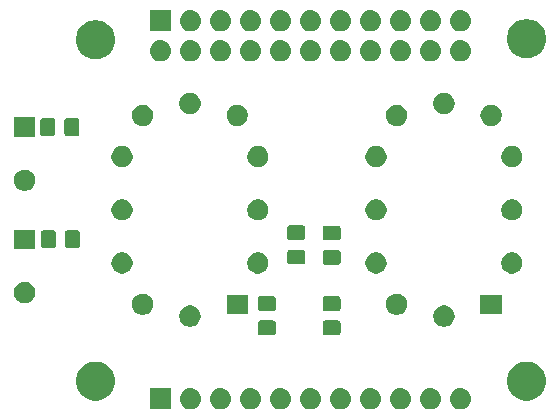
<source format=gbs>
G04 #@! TF.GenerationSoftware,KiCad,Pcbnew,5.1.2*
G04 #@! TF.CreationDate,2019-05-05T16:50:57+02:00*
G04 #@! TF.ProjectId,nixieboard,6e697869-6562-46f6-9172-642e6b696361,rev?*
G04 #@! TF.SameCoordinates,Original*
G04 #@! TF.FileFunction,Soldermask,Bot*
G04 #@! TF.FilePolarity,Negative*
%FSLAX46Y46*%
G04 Gerber Fmt 4.6, Leading zero omitted, Abs format (unit mm)*
G04 Created by KiCad (PCBNEW 5.1.2) date 2019-05-05 16:50:57*
%MOMM*%
%LPD*%
G04 APERTURE LIST*
%ADD10C,0.100000*%
G04 APERTURE END LIST*
D10*
G36*
X148430442Y-101105518D02*
G01*
X148496627Y-101112037D01*
X148666466Y-101163557D01*
X148822991Y-101247222D01*
X148858729Y-101276552D01*
X148960186Y-101359814D01*
X149043448Y-101461271D01*
X149072778Y-101497009D01*
X149156443Y-101653534D01*
X149207963Y-101823373D01*
X149225359Y-102000000D01*
X149207963Y-102176627D01*
X149156443Y-102346466D01*
X149072778Y-102502991D01*
X149043448Y-102538729D01*
X148960186Y-102640186D01*
X148858729Y-102723448D01*
X148822991Y-102752778D01*
X148666466Y-102836443D01*
X148496627Y-102887963D01*
X148430443Y-102894481D01*
X148364260Y-102901000D01*
X148275740Y-102901000D01*
X148209558Y-102894482D01*
X148143373Y-102887963D01*
X147973534Y-102836443D01*
X147817009Y-102752778D01*
X147781271Y-102723448D01*
X147679814Y-102640186D01*
X147596552Y-102538729D01*
X147567222Y-102502991D01*
X147483557Y-102346466D01*
X147432037Y-102176627D01*
X147414641Y-102000000D01*
X147432037Y-101823373D01*
X147483557Y-101653534D01*
X147567222Y-101497009D01*
X147596552Y-101461271D01*
X147679814Y-101359814D01*
X147781271Y-101276552D01*
X147817009Y-101247222D01*
X147973534Y-101163557D01*
X148143373Y-101112037D01*
X148209558Y-101105518D01*
X148275740Y-101099000D01*
X148364260Y-101099000D01*
X148430442Y-101105518D01*
X148430442Y-101105518D01*
G37*
G36*
X150970442Y-101105518D02*
G01*
X151036627Y-101112037D01*
X151206466Y-101163557D01*
X151362991Y-101247222D01*
X151398729Y-101276552D01*
X151500186Y-101359814D01*
X151583448Y-101461271D01*
X151612778Y-101497009D01*
X151696443Y-101653534D01*
X151747963Y-101823373D01*
X151765359Y-102000000D01*
X151747963Y-102176627D01*
X151696443Y-102346466D01*
X151612778Y-102502991D01*
X151583448Y-102538729D01*
X151500186Y-102640186D01*
X151398729Y-102723448D01*
X151362991Y-102752778D01*
X151206466Y-102836443D01*
X151036627Y-102887963D01*
X150970443Y-102894481D01*
X150904260Y-102901000D01*
X150815740Y-102901000D01*
X150749558Y-102894482D01*
X150683373Y-102887963D01*
X150513534Y-102836443D01*
X150357009Y-102752778D01*
X150321271Y-102723448D01*
X150219814Y-102640186D01*
X150136552Y-102538729D01*
X150107222Y-102502991D01*
X150023557Y-102346466D01*
X149972037Y-102176627D01*
X149954641Y-102000000D01*
X149972037Y-101823373D01*
X150023557Y-101653534D01*
X150107222Y-101497009D01*
X150136552Y-101461271D01*
X150219814Y-101359814D01*
X150321271Y-101276552D01*
X150357009Y-101247222D01*
X150513534Y-101163557D01*
X150683373Y-101112037D01*
X150749558Y-101105518D01*
X150815740Y-101099000D01*
X150904260Y-101099000D01*
X150970442Y-101105518D01*
X150970442Y-101105518D01*
G37*
G36*
X153510442Y-101105518D02*
G01*
X153576627Y-101112037D01*
X153746466Y-101163557D01*
X153902991Y-101247222D01*
X153938729Y-101276552D01*
X154040186Y-101359814D01*
X154123448Y-101461271D01*
X154152778Y-101497009D01*
X154236443Y-101653534D01*
X154287963Y-101823373D01*
X154305359Y-102000000D01*
X154287963Y-102176627D01*
X154236443Y-102346466D01*
X154152778Y-102502991D01*
X154123448Y-102538729D01*
X154040186Y-102640186D01*
X153938729Y-102723448D01*
X153902991Y-102752778D01*
X153746466Y-102836443D01*
X153576627Y-102887963D01*
X153510443Y-102894481D01*
X153444260Y-102901000D01*
X153355740Y-102901000D01*
X153289558Y-102894482D01*
X153223373Y-102887963D01*
X153053534Y-102836443D01*
X152897009Y-102752778D01*
X152861271Y-102723448D01*
X152759814Y-102640186D01*
X152676552Y-102538729D01*
X152647222Y-102502991D01*
X152563557Y-102346466D01*
X152512037Y-102176627D01*
X152494641Y-102000000D01*
X152512037Y-101823373D01*
X152563557Y-101653534D01*
X152647222Y-101497009D01*
X152676552Y-101461271D01*
X152759814Y-101359814D01*
X152861271Y-101276552D01*
X152897009Y-101247222D01*
X153053534Y-101163557D01*
X153223373Y-101112037D01*
X153289558Y-101105518D01*
X153355740Y-101099000D01*
X153444260Y-101099000D01*
X153510442Y-101105518D01*
X153510442Y-101105518D01*
G37*
G36*
X145890442Y-101105518D02*
G01*
X145956627Y-101112037D01*
X146126466Y-101163557D01*
X146282991Y-101247222D01*
X146318729Y-101276552D01*
X146420186Y-101359814D01*
X146503448Y-101461271D01*
X146532778Y-101497009D01*
X146616443Y-101653534D01*
X146667963Y-101823373D01*
X146685359Y-102000000D01*
X146667963Y-102176627D01*
X146616443Y-102346466D01*
X146532778Y-102502991D01*
X146503448Y-102538729D01*
X146420186Y-102640186D01*
X146318729Y-102723448D01*
X146282991Y-102752778D01*
X146126466Y-102836443D01*
X145956627Y-102887963D01*
X145890443Y-102894481D01*
X145824260Y-102901000D01*
X145735740Y-102901000D01*
X145669558Y-102894482D01*
X145603373Y-102887963D01*
X145433534Y-102836443D01*
X145277009Y-102752778D01*
X145241271Y-102723448D01*
X145139814Y-102640186D01*
X145056552Y-102538729D01*
X145027222Y-102502991D01*
X144943557Y-102346466D01*
X144892037Y-102176627D01*
X144874641Y-102000000D01*
X144892037Y-101823373D01*
X144943557Y-101653534D01*
X145027222Y-101497009D01*
X145056552Y-101461271D01*
X145139814Y-101359814D01*
X145241271Y-101276552D01*
X145277009Y-101247222D01*
X145433534Y-101163557D01*
X145603373Y-101112037D01*
X145669558Y-101105518D01*
X145735740Y-101099000D01*
X145824260Y-101099000D01*
X145890442Y-101105518D01*
X145890442Y-101105518D01*
G37*
G36*
X143350442Y-101105518D02*
G01*
X143416627Y-101112037D01*
X143586466Y-101163557D01*
X143742991Y-101247222D01*
X143778729Y-101276552D01*
X143880186Y-101359814D01*
X143963448Y-101461271D01*
X143992778Y-101497009D01*
X144076443Y-101653534D01*
X144127963Y-101823373D01*
X144145359Y-102000000D01*
X144127963Y-102176627D01*
X144076443Y-102346466D01*
X143992778Y-102502991D01*
X143963448Y-102538729D01*
X143880186Y-102640186D01*
X143778729Y-102723448D01*
X143742991Y-102752778D01*
X143586466Y-102836443D01*
X143416627Y-102887963D01*
X143350443Y-102894481D01*
X143284260Y-102901000D01*
X143195740Y-102901000D01*
X143129558Y-102894482D01*
X143063373Y-102887963D01*
X142893534Y-102836443D01*
X142737009Y-102752778D01*
X142701271Y-102723448D01*
X142599814Y-102640186D01*
X142516552Y-102538729D01*
X142487222Y-102502991D01*
X142403557Y-102346466D01*
X142352037Y-102176627D01*
X142334641Y-102000000D01*
X142352037Y-101823373D01*
X142403557Y-101653534D01*
X142487222Y-101497009D01*
X142516552Y-101461271D01*
X142599814Y-101359814D01*
X142701271Y-101276552D01*
X142737009Y-101247222D01*
X142893534Y-101163557D01*
X143063373Y-101112037D01*
X143129558Y-101105518D01*
X143195740Y-101099000D01*
X143284260Y-101099000D01*
X143350442Y-101105518D01*
X143350442Y-101105518D01*
G37*
G36*
X140810442Y-101105518D02*
G01*
X140876627Y-101112037D01*
X141046466Y-101163557D01*
X141202991Y-101247222D01*
X141238729Y-101276552D01*
X141340186Y-101359814D01*
X141423448Y-101461271D01*
X141452778Y-101497009D01*
X141536443Y-101653534D01*
X141587963Y-101823373D01*
X141605359Y-102000000D01*
X141587963Y-102176627D01*
X141536443Y-102346466D01*
X141452778Y-102502991D01*
X141423448Y-102538729D01*
X141340186Y-102640186D01*
X141238729Y-102723448D01*
X141202991Y-102752778D01*
X141046466Y-102836443D01*
X140876627Y-102887963D01*
X140810443Y-102894481D01*
X140744260Y-102901000D01*
X140655740Y-102901000D01*
X140589558Y-102894482D01*
X140523373Y-102887963D01*
X140353534Y-102836443D01*
X140197009Y-102752778D01*
X140161271Y-102723448D01*
X140059814Y-102640186D01*
X139976552Y-102538729D01*
X139947222Y-102502991D01*
X139863557Y-102346466D01*
X139812037Y-102176627D01*
X139794641Y-102000000D01*
X139812037Y-101823373D01*
X139863557Y-101653534D01*
X139947222Y-101497009D01*
X139976552Y-101461271D01*
X140059814Y-101359814D01*
X140161271Y-101276552D01*
X140197009Y-101247222D01*
X140353534Y-101163557D01*
X140523373Y-101112037D01*
X140589558Y-101105518D01*
X140655740Y-101099000D01*
X140744260Y-101099000D01*
X140810442Y-101105518D01*
X140810442Y-101105518D01*
G37*
G36*
X138270442Y-101105518D02*
G01*
X138336627Y-101112037D01*
X138506466Y-101163557D01*
X138662991Y-101247222D01*
X138698729Y-101276552D01*
X138800186Y-101359814D01*
X138883448Y-101461271D01*
X138912778Y-101497009D01*
X138996443Y-101653534D01*
X139047963Y-101823373D01*
X139065359Y-102000000D01*
X139047963Y-102176627D01*
X138996443Y-102346466D01*
X138912778Y-102502991D01*
X138883448Y-102538729D01*
X138800186Y-102640186D01*
X138698729Y-102723448D01*
X138662991Y-102752778D01*
X138506466Y-102836443D01*
X138336627Y-102887963D01*
X138270443Y-102894481D01*
X138204260Y-102901000D01*
X138115740Y-102901000D01*
X138049558Y-102894482D01*
X137983373Y-102887963D01*
X137813534Y-102836443D01*
X137657009Y-102752778D01*
X137621271Y-102723448D01*
X137519814Y-102640186D01*
X137436552Y-102538729D01*
X137407222Y-102502991D01*
X137323557Y-102346466D01*
X137272037Y-102176627D01*
X137254641Y-102000000D01*
X137272037Y-101823373D01*
X137323557Y-101653534D01*
X137407222Y-101497009D01*
X137436552Y-101461271D01*
X137519814Y-101359814D01*
X137621271Y-101276552D01*
X137657009Y-101247222D01*
X137813534Y-101163557D01*
X137983373Y-101112037D01*
X138049558Y-101105518D01*
X138115740Y-101099000D01*
X138204260Y-101099000D01*
X138270442Y-101105518D01*
X138270442Y-101105518D01*
G37*
G36*
X135730442Y-101105518D02*
G01*
X135796627Y-101112037D01*
X135966466Y-101163557D01*
X136122991Y-101247222D01*
X136158729Y-101276552D01*
X136260186Y-101359814D01*
X136343448Y-101461271D01*
X136372778Y-101497009D01*
X136456443Y-101653534D01*
X136507963Y-101823373D01*
X136525359Y-102000000D01*
X136507963Y-102176627D01*
X136456443Y-102346466D01*
X136372778Y-102502991D01*
X136343448Y-102538729D01*
X136260186Y-102640186D01*
X136158729Y-102723448D01*
X136122991Y-102752778D01*
X135966466Y-102836443D01*
X135796627Y-102887963D01*
X135730443Y-102894481D01*
X135664260Y-102901000D01*
X135575740Y-102901000D01*
X135509558Y-102894482D01*
X135443373Y-102887963D01*
X135273534Y-102836443D01*
X135117009Y-102752778D01*
X135081271Y-102723448D01*
X134979814Y-102640186D01*
X134896552Y-102538729D01*
X134867222Y-102502991D01*
X134783557Y-102346466D01*
X134732037Y-102176627D01*
X134714641Y-102000000D01*
X134732037Y-101823373D01*
X134783557Y-101653534D01*
X134867222Y-101497009D01*
X134896552Y-101461271D01*
X134979814Y-101359814D01*
X135081271Y-101276552D01*
X135117009Y-101247222D01*
X135273534Y-101163557D01*
X135443373Y-101112037D01*
X135509558Y-101105518D01*
X135575740Y-101099000D01*
X135664260Y-101099000D01*
X135730442Y-101105518D01*
X135730442Y-101105518D01*
G37*
G36*
X133190442Y-101105518D02*
G01*
X133256627Y-101112037D01*
X133426466Y-101163557D01*
X133582991Y-101247222D01*
X133618729Y-101276552D01*
X133720186Y-101359814D01*
X133803448Y-101461271D01*
X133832778Y-101497009D01*
X133916443Y-101653534D01*
X133967963Y-101823373D01*
X133985359Y-102000000D01*
X133967963Y-102176627D01*
X133916443Y-102346466D01*
X133832778Y-102502991D01*
X133803448Y-102538729D01*
X133720186Y-102640186D01*
X133618729Y-102723448D01*
X133582991Y-102752778D01*
X133426466Y-102836443D01*
X133256627Y-102887963D01*
X133190443Y-102894481D01*
X133124260Y-102901000D01*
X133035740Y-102901000D01*
X132969558Y-102894482D01*
X132903373Y-102887963D01*
X132733534Y-102836443D01*
X132577009Y-102752778D01*
X132541271Y-102723448D01*
X132439814Y-102640186D01*
X132356552Y-102538729D01*
X132327222Y-102502991D01*
X132243557Y-102346466D01*
X132192037Y-102176627D01*
X132174641Y-102000000D01*
X132192037Y-101823373D01*
X132243557Y-101653534D01*
X132327222Y-101497009D01*
X132356552Y-101461271D01*
X132439814Y-101359814D01*
X132541271Y-101276552D01*
X132577009Y-101247222D01*
X132733534Y-101163557D01*
X132903373Y-101112037D01*
X132969558Y-101105518D01*
X133035740Y-101099000D01*
X133124260Y-101099000D01*
X133190442Y-101105518D01*
X133190442Y-101105518D01*
G37*
G36*
X130650442Y-101105518D02*
G01*
X130716627Y-101112037D01*
X130886466Y-101163557D01*
X131042991Y-101247222D01*
X131078729Y-101276552D01*
X131180186Y-101359814D01*
X131263448Y-101461271D01*
X131292778Y-101497009D01*
X131376443Y-101653534D01*
X131427963Y-101823373D01*
X131445359Y-102000000D01*
X131427963Y-102176627D01*
X131376443Y-102346466D01*
X131292778Y-102502991D01*
X131263448Y-102538729D01*
X131180186Y-102640186D01*
X131078729Y-102723448D01*
X131042991Y-102752778D01*
X130886466Y-102836443D01*
X130716627Y-102887963D01*
X130650443Y-102894481D01*
X130584260Y-102901000D01*
X130495740Y-102901000D01*
X130429558Y-102894482D01*
X130363373Y-102887963D01*
X130193534Y-102836443D01*
X130037009Y-102752778D01*
X130001271Y-102723448D01*
X129899814Y-102640186D01*
X129816552Y-102538729D01*
X129787222Y-102502991D01*
X129703557Y-102346466D01*
X129652037Y-102176627D01*
X129634641Y-102000000D01*
X129652037Y-101823373D01*
X129703557Y-101653534D01*
X129787222Y-101497009D01*
X129816552Y-101461271D01*
X129899814Y-101359814D01*
X130001271Y-101276552D01*
X130037009Y-101247222D01*
X130193534Y-101163557D01*
X130363373Y-101112037D01*
X130429558Y-101105518D01*
X130495740Y-101099000D01*
X130584260Y-101099000D01*
X130650442Y-101105518D01*
X130650442Y-101105518D01*
G37*
G36*
X128901000Y-102901000D02*
G01*
X127099000Y-102901000D01*
X127099000Y-101099000D01*
X128901000Y-101099000D01*
X128901000Y-102901000D01*
X128901000Y-102901000D01*
G37*
G36*
X159375256Y-98891298D02*
G01*
X159481579Y-98912447D01*
X159782042Y-99036903D01*
X160052451Y-99217585D01*
X160282415Y-99447549D01*
X160463097Y-99717958D01*
X160587553Y-100018421D01*
X160651000Y-100337391D01*
X160651000Y-100662609D01*
X160587553Y-100981579D01*
X160463097Y-101282042D01*
X160282415Y-101552451D01*
X160052451Y-101782415D01*
X159782042Y-101963097D01*
X159481579Y-102087553D01*
X159375256Y-102108702D01*
X159162611Y-102151000D01*
X158837389Y-102151000D01*
X158624744Y-102108702D01*
X158518421Y-102087553D01*
X158217958Y-101963097D01*
X157947549Y-101782415D01*
X157717585Y-101552451D01*
X157536903Y-101282042D01*
X157412447Y-100981579D01*
X157349000Y-100662609D01*
X157349000Y-100337391D01*
X157412447Y-100018421D01*
X157536903Y-99717958D01*
X157717585Y-99447549D01*
X157947549Y-99217585D01*
X158217958Y-99036903D01*
X158518421Y-98912447D01*
X158624744Y-98891298D01*
X158837389Y-98849000D01*
X159162611Y-98849000D01*
X159375256Y-98891298D01*
X159375256Y-98891298D01*
G37*
G36*
X122875256Y-98891298D02*
G01*
X122981579Y-98912447D01*
X123282042Y-99036903D01*
X123552451Y-99217585D01*
X123782415Y-99447549D01*
X123963097Y-99717958D01*
X124087553Y-100018421D01*
X124151000Y-100337391D01*
X124151000Y-100662609D01*
X124087553Y-100981579D01*
X123963097Y-101282042D01*
X123782415Y-101552451D01*
X123552451Y-101782415D01*
X123282042Y-101963097D01*
X122981579Y-102087553D01*
X122875256Y-102108702D01*
X122662611Y-102151000D01*
X122337389Y-102151000D01*
X122124744Y-102108702D01*
X122018421Y-102087553D01*
X121717958Y-101963097D01*
X121447549Y-101782415D01*
X121217585Y-101552451D01*
X121036903Y-101282042D01*
X120912447Y-100981579D01*
X120849000Y-100662609D01*
X120849000Y-100337391D01*
X120912447Y-100018421D01*
X121036903Y-99717958D01*
X121217585Y-99447549D01*
X121447549Y-99217585D01*
X121717958Y-99036903D01*
X122018421Y-98912447D01*
X122124744Y-98891298D01*
X122337389Y-98849000D01*
X122662611Y-98849000D01*
X122875256Y-98891298D01*
X122875256Y-98891298D01*
G37*
G36*
X143088674Y-95378465D02*
G01*
X143126367Y-95389899D01*
X143161103Y-95408466D01*
X143191548Y-95433452D01*
X143216534Y-95463897D01*
X143235101Y-95498633D01*
X143246535Y-95536326D01*
X143251000Y-95581661D01*
X143251000Y-96418339D01*
X143246535Y-96463674D01*
X143235101Y-96501367D01*
X143216534Y-96536103D01*
X143191548Y-96566548D01*
X143161103Y-96591534D01*
X143126367Y-96610101D01*
X143088674Y-96621535D01*
X143043339Y-96626000D01*
X141956661Y-96626000D01*
X141911326Y-96621535D01*
X141873633Y-96610101D01*
X141838897Y-96591534D01*
X141808452Y-96566548D01*
X141783466Y-96536103D01*
X141764899Y-96501367D01*
X141753465Y-96463674D01*
X141749000Y-96418339D01*
X141749000Y-95581661D01*
X141753465Y-95536326D01*
X141764899Y-95498633D01*
X141783466Y-95463897D01*
X141808452Y-95433452D01*
X141838897Y-95408466D01*
X141873633Y-95389899D01*
X141911326Y-95378465D01*
X141956661Y-95374000D01*
X143043339Y-95374000D01*
X143088674Y-95378465D01*
X143088674Y-95378465D01*
G37*
G36*
X137588674Y-95378465D02*
G01*
X137626367Y-95389899D01*
X137661103Y-95408466D01*
X137691548Y-95433452D01*
X137716534Y-95463897D01*
X137735101Y-95498633D01*
X137746535Y-95536326D01*
X137751000Y-95581661D01*
X137751000Y-96418339D01*
X137746535Y-96463674D01*
X137735101Y-96501367D01*
X137716534Y-96536103D01*
X137691548Y-96566548D01*
X137661103Y-96591534D01*
X137626367Y-96610101D01*
X137588674Y-96621535D01*
X137543339Y-96626000D01*
X136456661Y-96626000D01*
X136411326Y-96621535D01*
X136373633Y-96610101D01*
X136338897Y-96591534D01*
X136308452Y-96566548D01*
X136283466Y-96536103D01*
X136264899Y-96501367D01*
X136253465Y-96463674D01*
X136249000Y-96418339D01*
X136249000Y-95581661D01*
X136253465Y-95536326D01*
X136264899Y-95498633D01*
X136283466Y-95463897D01*
X136308452Y-95433452D01*
X136338897Y-95408466D01*
X136373633Y-95389899D01*
X136411326Y-95378465D01*
X136456661Y-95374000D01*
X137543339Y-95374000D01*
X137588674Y-95378465D01*
X137588674Y-95378465D01*
G37*
G36*
X130613512Y-94103927D02*
G01*
X130762812Y-94133624D01*
X130926784Y-94201544D01*
X131074354Y-94300147D01*
X131199853Y-94425646D01*
X131298456Y-94573216D01*
X131366376Y-94737188D01*
X131392072Y-94866375D01*
X131398960Y-94901000D01*
X131401000Y-94911259D01*
X131401000Y-95088741D01*
X131366376Y-95262812D01*
X131298456Y-95426784D01*
X131199853Y-95574354D01*
X131074354Y-95699853D01*
X130926784Y-95798456D01*
X130762812Y-95866376D01*
X130613512Y-95896073D01*
X130588742Y-95901000D01*
X130411258Y-95901000D01*
X130386488Y-95896073D01*
X130237188Y-95866376D01*
X130073216Y-95798456D01*
X129925646Y-95699853D01*
X129800147Y-95574354D01*
X129701544Y-95426784D01*
X129633624Y-95262812D01*
X129599000Y-95088741D01*
X129599000Y-94911259D01*
X129601041Y-94901000D01*
X129607928Y-94866375D01*
X129633624Y-94737188D01*
X129701544Y-94573216D01*
X129800147Y-94425646D01*
X129925646Y-94300147D01*
X130073216Y-94201544D01*
X130237188Y-94133624D01*
X130386488Y-94103927D01*
X130411258Y-94099000D01*
X130588742Y-94099000D01*
X130613512Y-94103927D01*
X130613512Y-94103927D01*
G37*
G36*
X152113512Y-94103927D02*
G01*
X152262812Y-94133624D01*
X152426784Y-94201544D01*
X152574354Y-94300147D01*
X152699853Y-94425646D01*
X152798456Y-94573216D01*
X152866376Y-94737188D01*
X152892072Y-94866375D01*
X152898960Y-94901000D01*
X152901000Y-94911259D01*
X152901000Y-95088741D01*
X152866376Y-95262812D01*
X152798456Y-95426784D01*
X152699853Y-95574354D01*
X152574354Y-95699853D01*
X152426784Y-95798456D01*
X152262812Y-95866376D01*
X152113512Y-95896073D01*
X152088742Y-95901000D01*
X151911258Y-95901000D01*
X151886488Y-95896073D01*
X151737188Y-95866376D01*
X151573216Y-95798456D01*
X151425646Y-95699853D01*
X151300147Y-95574354D01*
X151201544Y-95426784D01*
X151133624Y-95262812D01*
X151099000Y-95088741D01*
X151099000Y-94911259D01*
X151101041Y-94901000D01*
X151107928Y-94866375D01*
X151133624Y-94737188D01*
X151201544Y-94573216D01*
X151300147Y-94425646D01*
X151425646Y-94300147D01*
X151573216Y-94201544D01*
X151737188Y-94133624D01*
X151886488Y-94103927D01*
X151911258Y-94099000D01*
X152088742Y-94099000D01*
X152113512Y-94103927D01*
X152113512Y-94103927D01*
G37*
G36*
X148113512Y-93103927D02*
G01*
X148262812Y-93133624D01*
X148426784Y-93201544D01*
X148574354Y-93300147D01*
X148699853Y-93425646D01*
X148798456Y-93573216D01*
X148866376Y-93737188D01*
X148892072Y-93866375D01*
X148901000Y-93911258D01*
X148901000Y-94088742D01*
X148896073Y-94113512D01*
X148866376Y-94262812D01*
X148798456Y-94426784D01*
X148699853Y-94574354D01*
X148574354Y-94699853D01*
X148426784Y-94798456D01*
X148262812Y-94866376D01*
X148113512Y-94896073D01*
X148088742Y-94901000D01*
X147911258Y-94901000D01*
X147886488Y-94896073D01*
X147737188Y-94866376D01*
X147573216Y-94798456D01*
X147425646Y-94699853D01*
X147300147Y-94574354D01*
X147201544Y-94426784D01*
X147133624Y-94262812D01*
X147103927Y-94113512D01*
X147099000Y-94088742D01*
X147099000Y-93911258D01*
X147107928Y-93866375D01*
X147133624Y-93737188D01*
X147201544Y-93573216D01*
X147300147Y-93425646D01*
X147425646Y-93300147D01*
X147573216Y-93201544D01*
X147737188Y-93133624D01*
X147886488Y-93103927D01*
X147911258Y-93099000D01*
X148088742Y-93099000D01*
X148113512Y-93103927D01*
X148113512Y-93103927D01*
G37*
G36*
X126613512Y-93103927D02*
G01*
X126762812Y-93133624D01*
X126926784Y-93201544D01*
X127074354Y-93300147D01*
X127199853Y-93425646D01*
X127298456Y-93573216D01*
X127366376Y-93737188D01*
X127392072Y-93866375D01*
X127401000Y-93911258D01*
X127401000Y-94088742D01*
X127396073Y-94113512D01*
X127366376Y-94262812D01*
X127298456Y-94426784D01*
X127199853Y-94574354D01*
X127074354Y-94699853D01*
X126926784Y-94798456D01*
X126762812Y-94866376D01*
X126613512Y-94896073D01*
X126588742Y-94901000D01*
X126411258Y-94901000D01*
X126386488Y-94896073D01*
X126237188Y-94866376D01*
X126073216Y-94798456D01*
X125925646Y-94699853D01*
X125800147Y-94574354D01*
X125701544Y-94426784D01*
X125633624Y-94262812D01*
X125603927Y-94113512D01*
X125599000Y-94088742D01*
X125599000Y-93911258D01*
X125607928Y-93866375D01*
X125633624Y-93737188D01*
X125701544Y-93573216D01*
X125800147Y-93425646D01*
X125925646Y-93300147D01*
X126073216Y-93201544D01*
X126237188Y-93133624D01*
X126386488Y-93103927D01*
X126411258Y-93099000D01*
X126588742Y-93099000D01*
X126613512Y-93103927D01*
X126613512Y-93103927D01*
G37*
G36*
X135401000Y-94813000D02*
G01*
X133599000Y-94813000D01*
X133599000Y-93187000D01*
X135401000Y-93187000D01*
X135401000Y-94813000D01*
X135401000Y-94813000D01*
G37*
G36*
X156901000Y-94813000D02*
G01*
X155099000Y-94813000D01*
X155099000Y-93187000D01*
X156901000Y-93187000D01*
X156901000Y-94813000D01*
X156901000Y-94813000D01*
G37*
G36*
X143088674Y-93328465D02*
G01*
X143126367Y-93339899D01*
X143161103Y-93358466D01*
X143191548Y-93383452D01*
X143216534Y-93413897D01*
X143235101Y-93448633D01*
X143246535Y-93486326D01*
X143251000Y-93531661D01*
X143251000Y-94368339D01*
X143246535Y-94413674D01*
X143235101Y-94451367D01*
X143216534Y-94486103D01*
X143191548Y-94516548D01*
X143161103Y-94541534D01*
X143126367Y-94560101D01*
X143088674Y-94571535D01*
X143043339Y-94576000D01*
X141956661Y-94576000D01*
X141911326Y-94571535D01*
X141873633Y-94560101D01*
X141838897Y-94541534D01*
X141808452Y-94516548D01*
X141783466Y-94486103D01*
X141764899Y-94451367D01*
X141753465Y-94413674D01*
X141749000Y-94368339D01*
X141749000Y-93531661D01*
X141753465Y-93486326D01*
X141764899Y-93448633D01*
X141783466Y-93413897D01*
X141808452Y-93383452D01*
X141838897Y-93358466D01*
X141873633Y-93339899D01*
X141911326Y-93328465D01*
X141956661Y-93324000D01*
X143043339Y-93324000D01*
X143088674Y-93328465D01*
X143088674Y-93328465D01*
G37*
G36*
X137588674Y-93328465D02*
G01*
X137626367Y-93339899D01*
X137661103Y-93358466D01*
X137691548Y-93383452D01*
X137716534Y-93413897D01*
X137735101Y-93448633D01*
X137746535Y-93486326D01*
X137751000Y-93531661D01*
X137751000Y-94368339D01*
X137746535Y-94413674D01*
X137735101Y-94451367D01*
X137716534Y-94486103D01*
X137691548Y-94516548D01*
X137661103Y-94541534D01*
X137626367Y-94560101D01*
X137588674Y-94571535D01*
X137543339Y-94576000D01*
X136456661Y-94576000D01*
X136411326Y-94571535D01*
X136373633Y-94560101D01*
X136338897Y-94541534D01*
X136308452Y-94516548D01*
X136283466Y-94486103D01*
X136264899Y-94451367D01*
X136253465Y-94413674D01*
X136249000Y-94368339D01*
X136249000Y-93531661D01*
X136253465Y-93486326D01*
X136264899Y-93448633D01*
X136283466Y-93413897D01*
X136308452Y-93383452D01*
X136338897Y-93358466D01*
X136373633Y-93339899D01*
X136411326Y-93328465D01*
X136456661Y-93324000D01*
X137543339Y-93324000D01*
X137588674Y-93328465D01*
X137588674Y-93328465D01*
G37*
G36*
X116613512Y-92103927D02*
G01*
X116762812Y-92133624D01*
X116926784Y-92201544D01*
X117074354Y-92300147D01*
X117199853Y-92425646D01*
X117298456Y-92573216D01*
X117366376Y-92737188D01*
X117396073Y-92886488D01*
X117401000Y-92911258D01*
X117401000Y-93088742D01*
X117396073Y-93113512D01*
X117366376Y-93262812D01*
X117298456Y-93426784D01*
X117199853Y-93574354D01*
X117074354Y-93699853D01*
X116926784Y-93798456D01*
X116762812Y-93866376D01*
X116613512Y-93896073D01*
X116588742Y-93901000D01*
X116411258Y-93901000D01*
X116386488Y-93896073D01*
X116237188Y-93866376D01*
X116073216Y-93798456D01*
X115925646Y-93699853D01*
X115800147Y-93574354D01*
X115701544Y-93426784D01*
X115633624Y-93262812D01*
X115603927Y-93113512D01*
X115599000Y-93088742D01*
X115599000Y-92911258D01*
X115603927Y-92886488D01*
X115633624Y-92737188D01*
X115701544Y-92573216D01*
X115800147Y-92425646D01*
X115925646Y-92300147D01*
X116073216Y-92201544D01*
X116237188Y-92133624D01*
X116386488Y-92103927D01*
X116411258Y-92099000D01*
X116588742Y-92099000D01*
X116613512Y-92103927D01*
X116613512Y-92103927D01*
G37*
G36*
X136363512Y-89603927D02*
G01*
X136512812Y-89633624D01*
X136676784Y-89701544D01*
X136824354Y-89800147D01*
X136949853Y-89925646D01*
X137048456Y-90073216D01*
X137116376Y-90237188D01*
X137139576Y-90353827D01*
X137151000Y-90411258D01*
X137151000Y-90588742D01*
X137150442Y-90591548D01*
X137116376Y-90762812D01*
X137048456Y-90926784D01*
X136949853Y-91074354D01*
X136824354Y-91199853D01*
X136676784Y-91298456D01*
X136512812Y-91366376D01*
X136363512Y-91396073D01*
X136338742Y-91401000D01*
X136161258Y-91401000D01*
X136136488Y-91396073D01*
X135987188Y-91366376D01*
X135823216Y-91298456D01*
X135675646Y-91199853D01*
X135550147Y-91074354D01*
X135451544Y-90926784D01*
X135383624Y-90762812D01*
X135349558Y-90591548D01*
X135349000Y-90588742D01*
X135349000Y-90411258D01*
X135360424Y-90353827D01*
X135383624Y-90237188D01*
X135451544Y-90073216D01*
X135550147Y-89925646D01*
X135675646Y-89800147D01*
X135823216Y-89701544D01*
X135987188Y-89633624D01*
X136136488Y-89603927D01*
X136161258Y-89599000D01*
X136338742Y-89599000D01*
X136363512Y-89603927D01*
X136363512Y-89603927D01*
G37*
G36*
X124863512Y-89603927D02*
G01*
X125012812Y-89633624D01*
X125176784Y-89701544D01*
X125324354Y-89800147D01*
X125449853Y-89925646D01*
X125548456Y-90073216D01*
X125616376Y-90237188D01*
X125639576Y-90353827D01*
X125651000Y-90411258D01*
X125651000Y-90588742D01*
X125650442Y-90591548D01*
X125616376Y-90762812D01*
X125548456Y-90926784D01*
X125449853Y-91074354D01*
X125324354Y-91199853D01*
X125176784Y-91298456D01*
X125012812Y-91366376D01*
X124863512Y-91396073D01*
X124838742Y-91401000D01*
X124661258Y-91401000D01*
X124636488Y-91396073D01*
X124487188Y-91366376D01*
X124323216Y-91298456D01*
X124175646Y-91199853D01*
X124050147Y-91074354D01*
X123951544Y-90926784D01*
X123883624Y-90762812D01*
X123849558Y-90591548D01*
X123849000Y-90588742D01*
X123849000Y-90411258D01*
X123860424Y-90353827D01*
X123883624Y-90237188D01*
X123951544Y-90073216D01*
X124050147Y-89925646D01*
X124175646Y-89800147D01*
X124323216Y-89701544D01*
X124487188Y-89633624D01*
X124636488Y-89603927D01*
X124661258Y-89599000D01*
X124838742Y-89599000D01*
X124863512Y-89603927D01*
X124863512Y-89603927D01*
G37*
G36*
X157863512Y-89603927D02*
G01*
X158012812Y-89633624D01*
X158176784Y-89701544D01*
X158324354Y-89800147D01*
X158449853Y-89925646D01*
X158548456Y-90073216D01*
X158616376Y-90237188D01*
X158639576Y-90353827D01*
X158651000Y-90411258D01*
X158651000Y-90588742D01*
X158650442Y-90591548D01*
X158616376Y-90762812D01*
X158548456Y-90926784D01*
X158449853Y-91074354D01*
X158324354Y-91199853D01*
X158176784Y-91298456D01*
X158012812Y-91366376D01*
X157863512Y-91396073D01*
X157838742Y-91401000D01*
X157661258Y-91401000D01*
X157636488Y-91396073D01*
X157487188Y-91366376D01*
X157323216Y-91298456D01*
X157175646Y-91199853D01*
X157050147Y-91074354D01*
X156951544Y-90926784D01*
X156883624Y-90762812D01*
X156849558Y-90591548D01*
X156849000Y-90588742D01*
X156849000Y-90411258D01*
X156860424Y-90353827D01*
X156883624Y-90237188D01*
X156951544Y-90073216D01*
X157050147Y-89925646D01*
X157175646Y-89800147D01*
X157323216Y-89701544D01*
X157487188Y-89633624D01*
X157636488Y-89603927D01*
X157661258Y-89599000D01*
X157838742Y-89599000D01*
X157863512Y-89603927D01*
X157863512Y-89603927D01*
G37*
G36*
X146363512Y-89603927D02*
G01*
X146512812Y-89633624D01*
X146676784Y-89701544D01*
X146824354Y-89800147D01*
X146949853Y-89925646D01*
X147048456Y-90073216D01*
X147116376Y-90237188D01*
X147139576Y-90353827D01*
X147151000Y-90411258D01*
X147151000Y-90588742D01*
X147150442Y-90591548D01*
X147116376Y-90762812D01*
X147048456Y-90926784D01*
X146949853Y-91074354D01*
X146824354Y-91199853D01*
X146676784Y-91298456D01*
X146512812Y-91366376D01*
X146363512Y-91396073D01*
X146338742Y-91401000D01*
X146161258Y-91401000D01*
X146136488Y-91396073D01*
X145987188Y-91366376D01*
X145823216Y-91298456D01*
X145675646Y-91199853D01*
X145550147Y-91074354D01*
X145451544Y-90926784D01*
X145383624Y-90762812D01*
X145349558Y-90591548D01*
X145349000Y-90588742D01*
X145349000Y-90411258D01*
X145360424Y-90353827D01*
X145383624Y-90237188D01*
X145451544Y-90073216D01*
X145550147Y-89925646D01*
X145675646Y-89800147D01*
X145823216Y-89701544D01*
X145987188Y-89633624D01*
X146136488Y-89603927D01*
X146161258Y-89599000D01*
X146338742Y-89599000D01*
X146363512Y-89603927D01*
X146363512Y-89603927D01*
G37*
G36*
X143088674Y-89403465D02*
G01*
X143126367Y-89414899D01*
X143161103Y-89433466D01*
X143191548Y-89458452D01*
X143216534Y-89488897D01*
X143235101Y-89523633D01*
X143246535Y-89561326D01*
X143251000Y-89606661D01*
X143251000Y-90443339D01*
X143246535Y-90488674D01*
X143235101Y-90526367D01*
X143216534Y-90561103D01*
X143191548Y-90591548D01*
X143161103Y-90616534D01*
X143126367Y-90635101D01*
X143088674Y-90646535D01*
X143043339Y-90651000D01*
X141956661Y-90651000D01*
X141911326Y-90646535D01*
X141873633Y-90635101D01*
X141838897Y-90616534D01*
X141808452Y-90591548D01*
X141783466Y-90561103D01*
X141764899Y-90526367D01*
X141753465Y-90488674D01*
X141749000Y-90443339D01*
X141749000Y-89606661D01*
X141753465Y-89561326D01*
X141764899Y-89523633D01*
X141783466Y-89488897D01*
X141808452Y-89458452D01*
X141838897Y-89433466D01*
X141873633Y-89414899D01*
X141911326Y-89403465D01*
X141956661Y-89399000D01*
X143043339Y-89399000D01*
X143088674Y-89403465D01*
X143088674Y-89403465D01*
G37*
G36*
X140088674Y-89378465D02*
G01*
X140126367Y-89389899D01*
X140161103Y-89408466D01*
X140191548Y-89433452D01*
X140216534Y-89463897D01*
X140235101Y-89498633D01*
X140246535Y-89536326D01*
X140251000Y-89581661D01*
X140251000Y-90418339D01*
X140246535Y-90463674D01*
X140235101Y-90501367D01*
X140216534Y-90536103D01*
X140191548Y-90566548D01*
X140161103Y-90591534D01*
X140126367Y-90610101D01*
X140088674Y-90621535D01*
X140043339Y-90626000D01*
X138956661Y-90626000D01*
X138911326Y-90621535D01*
X138873633Y-90610101D01*
X138838897Y-90591534D01*
X138808452Y-90566548D01*
X138783466Y-90536103D01*
X138764899Y-90501367D01*
X138753465Y-90463674D01*
X138749000Y-90418339D01*
X138749000Y-89581661D01*
X138753465Y-89536326D01*
X138764899Y-89498633D01*
X138783466Y-89463897D01*
X138808452Y-89433452D01*
X138838897Y-89408466D01*
X138873633Y-89389899D01*
X138911326Y-89378465D01*
X138956661Y-89374000D01*
X140043339Y-89374000D01*
X140088674Y-89378465D01*
X140088674Y-89378465D01*
G37*
G36*
X117401000Y-89313000D02*
G01*
X115599000Y-89313000D01*
X115599000Y-87687000D01*
X117401000Y-87687000D01*
X117401000Y-89313000D01*
X117401000Y-89313000D01*
G37*
G36*
X121013674Y-87753465D02*
G01*
X121051367Y-87764899D01*
X121086103Y-87783466D01*
X121116548Y-87808452D01*
X121141534Y-87838897D01*
X121160101Y-87873633D01*
X121171535Y-87911326D01*
X121176000Y-87956661D01*
X121176000Y-89043339D01*
X121171535Y-89088674D01*
X121160101Y-89126367D01*
X121141534Y-89161103D01*
X121116548Y-89191548D01*
X121086103Y-89216534D01*
X121051367Y-89235101D01*
X121013674Y-89246535D01*
X120968339Y-89251000D01*
X120131661Y-89251000D01*
X120086326Y-89246535D01*
X120048633Y-89235101D01*
X120013897Y-89216534D01*
X119983452Y-89191548D01*
X119958466Y-89161103D01*
X119939899Y-89126367D01*
X119928465Y-89088674D01*
X119924000Y-89043339D01*
X119924000Y-87956661D01*
X119928465Y-87911326D01*
X119939899Y-87873633D01*
X119958466Y-87838897D01*
X119983452Y-87808452D01*
X120013897Y-87783466D01*
X120048633Y-87764899D01*
X120086326Y-87753465D01*
X120131661Y-87749000D01*
X120968339Y-87749000D01*
X121013674Y-87753465D01*
X121013674Y-87753465D01*
G37*
G36*
X118963674Y-87753465D02*
G01*
X119001367Y-87764899D01*
X119036103Y-87783466D01*
X119066548Y-87808452D01*
X119091534Y-87838897D01*
X119110101Y-87873633D01*
X119121535Y-87911326D01*
X119126000Y-87956661D01*
X119126000Y-89043339D01*
X119121535Y-89088674D01*
X119110101Y-89126367D01*
X119091534Y-89161103D01*
X119066548Y-89191548D01*
X119036103Y-89216534D01*
X119001367Y-89235101D01*
X118963674Y-89246535D01*
X118918339Y-89251000D01*
X118081661Y-89251000D01*
X118036326Y-89246535D01*
X117998633Y-89235101D01*
X117963897Y-89216534D01*
X117933452Y-89191548D01*
X117908466Y-89161103D01*
X117889899Y-89126367D01*
X117878465Y-89088674D01*
X117874000Y-89043339D01*
X117874000Y-87956661D01*
X117878465Y-87911326D01*
X117889899Y-87873633D01*
X117908466Y-87838897D01*
X117933452Y-87808452D01*
X117963897Y-87783466D01*
X117998633Y-87764899D01*
X118036326Y-87753465D01*
X118081661Y-87749000D01*
X118918339Y-87749000D01*
X118963674Y-87753465D01*
X118963674Y-87753465D01*
G37*
G36*
X143088674Y-87353465D02*
G01*
X143126367Y-87364899D01*
X143161103Y-87383466D01*
X143191548Y-87408452D01*
X143216534Y-87438897D01*
X143235101Y-87473633D01*
X143246535Y-87511326D01*
X143251000Y-87556661D01*
X143251000Y-88393339D01*
X143246535Y-88438674D01*
X143235101Y-88476367D01*
X143216534Y-88511103D01*
X143191548Y-88541548D01*
X143161103Y-88566534D01*
X143126367Y-88585101D01*
X143088674Y-88596535D01*
X143043339Y-88601000D01*
X141956661Y-88601000D01*
X141911326Y-88596535D01*
X141873633Y-88585101D01*
X141838897Y-88566534D01*
X141808452Y-88541548D01*
X141783466Y-88511103D01*
X141764899Y-88476367D01*
X141753465Y-88438674D01*
X141749000Y-88393339D01*
X141749000Y-87556661D01*
X141753465Y-87511326D01*
X141764899Y-87473633D01*
X141783466Y-87438897D01*
X141808452Y-87408452D01*
X141838897Y-87383466D01*
X141873633Y-87364899D01*
X141911326Y-87353465D01*
X141956661Y-87349000D01*
X143043339Y-87349000D01*
X143088674Y-87353465D01*
X143088674Y-87353465D01*
G37*
G36*
X140088674Y-87328465D02*
G01*
X140126367Y-87339899D01*
X140161103Y-87358466D01*
X140191548Y-87383452D01*
X140216534Y-87413897D01*
X140235101Y-87448633D01*
X140246535Y-87486326D01*
X140251000Y-87531661D01*
X140251000Y-88368339D01*
X140246535Y-88413674D01*
X140235101Y-88451367D01*
X140216534Y-88486103D01*
X140191548Y-88516548D01*
X140161103Y-88541534D01*
X140126367Y-88560101D01*
X140088674Y-88571535D01*
X140043339Y-88576000D01*
X138956661Y-88576000D01*
X138911326Y-88571535D01*
X138873633Y-88560101D01*
X138838897Y-88541534D01*
X138808452Y-88516548D01*
X138783466Y-88486103D01*
X138764899Y-88451367D01*
X138753465Y-88413674D01*
X138749000Y-88368339D01*
X138749000Y-87531661D01*
X138753465Y-87486326D01*
X138764899Y-87448633D01*
X138783466Y-87413897D01*
X138808452Y-87383452D01*
X138838897Y-87358466D01*
X138873633Y-87339899D01*
X138911326Y-87328465D01*
X138956661Y-87324000D01*
X140043339Y-87324000D01*
X140088674Y-87328465D01*
X140088674Y-87328465D01*
G37*
G36*
X146363512Y-85103927D02*
G01*
X146512812Y-85133624D01*
X146676784Y-85201544D01*
X146824354Y-85300147D01*
X146949853Y-85425646D01*
X147048456Y-85573216D01*
X147116376Y-85737188D01*
X147151000Y-85911259D01*
X147151000Y-86088741D01*
X147116376Y-86262812D01*
X147048456Y-86426784D01*
X146949853Y-86574354D01*
X146824354Y-86699853D01*
X146676784Y-86798456D01*
X146512812Y-86866376D01*
X146363512Y-86896073D01*
X146338742Y-86901000D01*
X146161258Y-86901000D01*
X146136488Y-86896073D01*
X145987188Y-86866376D01*
X145823216Y-86798456D01*
X145675646Y-86699853D01*
X145550147Y-86574354D01*
X145451544Y-86426784D01*
X145383624Y-86262812D01*
X145349000Y-86088741D01*
X145349000Y-85911259D01*
X145383624Y-85737188D01*
X145451544Y-85573216D01*
X145550147Y-85425646D01*
X145675646Y-85300147D01*
X145823216Y-85201544D01*
X145987188Y-85133624D01*
X146136488Y-85103927D01*
X146161258Y-85099000D01*
X146338742Y-85099000D01*
X146363512Y-85103927D01*
X146363512Y-85103927D01*
G37*
G36*
X124863512Y-85103927D02*
G01*
X125012812Y-85133624D01*
X125176784Y-85201544D01*
X125324354Y-85300147D01*
X125449853Y-85425646D01*
X125548456Y-85573216D01*
X125616376Y-85737188D01*
X125651000Y-85911259D01*
X125651000Y-86088741D01*
X125616376Y-86262812D01*
X125548456Y-86426784D01*
X125449853Y-86574354D01*
X125324354Y-86699853D01*
X125176784Y-86798456D01*
X125012812Y-86866376D01*
X124863512Y-86896073D01*
X124838742Y-86901000D01*
X124661258Y-86901000D01*
X124636488Y-86896073D01*
X124487188Y-86866376D01*
X124323216Y-86798456D01*
X124175646Y-86699853D01*
X124050147Y-86574354D01*
X123951544Y-86426784D01*
X123883624Y-86262812D01*
X123849000Y-86088741D01*
X123849000Y-85911259D01*
X123883624Y-85737188D01*
X123951544Y-85573216D01*
X124050147Y-85425646D01*
X124175646Y-85300147D01*
X124323216Y-85201544D01*
X124487188Y-85133624D01*
X124636488Y-85103927D01*
X124661258Y-85099000D01*
X124838742Y-85099000D01*
X124863512Y-85103927D01*
X124863512Y-85103927D01*
G37*
G36*
X157863512Y-85103927D02*
G01*
X158012812Y-85133624D01*
X158176784Y-85201544D01*
X158324354Y-85300147D01*
X158449853Y-85425646D01*
X158548456Y-85573216D01*
X158616376Y-85737188D01*
X158651000Y-85911259D01*
X158651000Y-86088741D01*
X158616376Y-86262812D01*
X158548456Y-86426784D01*
X158449853Y-86574354D01*
X158324354Y-86699853D01*
X158176784Y-86798456D01*
X158012812Y-86866376D01*
X157863512Y-86896073D01*
X157838742Y-86901000D01*
X157661258Y-86901000D01*
X157636488Y-86896073D01*
X157487188Y-86866376D01*
X157323216Y-86798456D01*
X157175646Y-86699853D01*
X157050147Y-86574354D01*
X156951544Y-86426784D01*
X156883624Y-86262812D01*
X156849000Y-86088741D01*
X156849000Y-85911259D01*
X156883624Y-85737188D01*
X156951544Y-85573216D01*
X157050147Y-85425646D01*
X157175646Y-85300147D01*
X157323216Y-85201544D01*
X157487188Y-85133624D01*
X157636488Y-85103927D01*
X157661258Y-85099000D01*
X157838742Y-85099000D01*
X157863512Y-85103927D01*
X157863512Y-85103927D01*
G37*
G36*
X136363512Y-85103927D02*
G01*
X136512812Y-85133624D01*
X136676784Y-85201544D01*
X136824354Y-85300147D01*
X136949853Y-85425646D01*
X137048456Y-85573216D01*
X137116376Y-85737188D01*
X137151000Y-85911259D01*
X137151000Y-86088741D01*
X137116376Y-86262812D01*
X137048456Y-86426784D01*
X136949853Y-86574354D01*
X136824354Y-86699853D01*
X136676784Y-86798456D01*
X136512812Y-86866376D01*
X136363512Y-86896073D01*
X136338742Y-86901000D01*
X136161258Y-86901000D01*
X136136488Y-86896073D01*
X135987188Y-86866376D01*
X135823216Y-86798456D01*
X135675646Y-86699853D01*
X135550147Y-86574354D01*
X135451544Y-86426784D01*
X135383624Y-86262812D01*
X135349000Y-86088741D01*
X135349000Y-85911259D01*
X135383624Y-85737188D01*
X135451544Y-85573216D01*
X135550147Y-85425646D01*
X135675646Y-85300147D01*
X135823216Y-85201544D01*
X135987188Y-85133624D01*
X136136488Y-85103927D01*
X136161258Y-85099000D01*
X136338742Y-85099000D01*
X136363512Y-85103927D01*
X136363512Y-85103927D01*
G37*
G36*
X116613512Y-82603927D02*
G01*
X116762812Y-82633624D01*
X116926784Y-82701544D01*
X117074354Y-82800147D01*
X117199853Y-82925646D01*
X117298456Y-83073216D01*
X117366376Y-83237188D01*
X117401000Y-83411259D01*
X117401000Y-83588741D01*
X117366376Y-83762812D01*
X117298456Y-83926784D01*
X117199853Y-84074354D01*
X117074354Y-84199853D01*
X116926784Y-84298456D01*
X116762812Y-84366376D01*
X116613512Y-84396073D01*
X116588742Y-84401000D01*
X116411258Y-84401000D01*
X116386488Y-84396073D01*
X116237188Y-84366376D01*
X116073216Y-84298456D01*
X115925646Y-84199853D01*
X115800147Y-84074354D01*
X115701544Y-83926784D01*
X115633624Y-83762812D01*
X115599000Y-83588741D01*
X115599000Y-83411259D01*
X115633624Y-83237188D01*
X115701544Y-83073216D01*
X115800147Y-82925646D01*
X115925646Y-82800147D01*
X116073216Y-82701544D01*
X116237188Y-82633624D01*
X116386488Y-82603927D01*
X116411258Y-82599000D01*
X116588742Y-82599000D01*
X116613512Y-82603927D01*
X116613512Y-82603927D01*
G37*
G36*
X136363512Y-80603927D02*
G01*
X136512812Y-80633624D01*
X136676784Y-80701544D01*
X136824354Y-80800147D01*
X136949853Y-80925646D01*
X137048456Y-81073216D01*
X137116376Y-81237188D01*
X137151000Y-81411259D01*
X137151000Y-81588741D01*
X137116376Y-81762812D01*
X137048456Y-81926784D01*
X136949853Y-82074354D01*
X136824354Y-82199853D01*
X136676784Y-82298456D01*
X136512812Y-82366376D01*
X136363512Y-82396073D01*
X136338742Y-82401000D01*
X136161258Y-82401000D01*
X136136488Y-82396073D01*
X135987188Y-82366376D01*
X135823216Y-82298456D01*
X135675646Y-82199853D01*
X135550147Y-82074354D01*
X135451544Y-81926784D01*
X135383624Y-81762812D01*
X135349000Y-81588741D01*
X135349000Y-81411259D01*
X135383624Y-81237188D01*
X135451544Y-81073216D01*
X135550147Y-80925646D01*
X135675646Y-80800147D01*
X135823216Y-80701544D01*
X135987188Y-80633624D01*
X136136488Y-80603927D01*
X136161258Y-80599000D01*
X136338742Y-80599000D01*
X136363512Y-80603927D01*
X136363512Y-80603927D01*
G37*
G36*
X157863512Y-80603927D02*
G01*
X158012812Y-80633624D01*
X158176784Y-80701544D01*
X158324354Y-80800147D01*
X158449853Y-80925646D01*
X158548456Y-81073216D01*
X158616376Y-81237188D01*
X158651000Y-81411259D01*
X158651000Y-81588741D01*
X158616376Y-81762812D01*
X158548456Y-81926784D01*
X158449853Y-82074354D01*
X158324354Y-82199853D01*
X158176784Y-82298456D01*
X158012812Y-82366376D01*
X157863512Y-82396073D01*
X157838742Y-82401000D01*
X157661258Y-82401000D01*
X157636488Y-82396073D01*
X157487188Y-82366376D01*
X157323216Y-82298456D01*
X157175646Y-82199853D01*
X157050147Y-82074354D01*
X156951544Y-81926784D01*
X156883624Y-81762812D01*
X156849000Y-81588741D01*
X156849000Y-81411259D01*
X156883624Y-81237188D01*
X156951544Y-81073216D01*
X157050147Y-80925646D01*
X157175646Y-80800147D01*
X157323216Y-80701544D01*
X157487188Y-80633624D01*
X157636488Y-80603927D01*
X157661258Y-80599000D01*
X157838742Y-80599000D01*
X157863512Y-80603927D01*
X157863512Y-80603927D01*
G37*
G36*
X124863512Y-80603927D02*
G01*
X125012812Y-80633624D01*
X125176784Y-80701544D01*
X125324354Y-80800147D01*
X125449853Y-80925646D01*
X125548456Y-81073216D01*
X125616376Y-81237188D01*
X125651000Y-81411259D01*
X125651000Y-81588741D01*
X125616376Y-81762812D01*
X125548456Y-81926784D01*
X125449853Y-82074354D01*
X125324354Y-82199853D01*
X125176784Y-82298456D01*
X125012812Y-82366376D01*
X124863512Y-82396073D01*
X124838742Y-82401000D01*
X124661258Y-82401000D01*
X124636488Y-82396073D01*
X124487188Y-82366376D01*
X124323216Y-82298456D01*
X124175646Y-82199853D01*
X124050147Y-82074354D01*
X123951544Y-81926784D01*
X123883624Y-81762812D01*
X123849000Y-81588741D01*
X123849000Y-81411259D01*
X123883624Y-81237188D01*
X123951544Y-81073216D01*
X124050147Y-80925646D01*
X124175646Y-80800147D01*
X124323216Y-80701544D01*
X124487188Y-80633624D01*
X124636488Y-80603927D01*
X124661258Y-80599000D01*
X124838742Y-80599000D01*
X124863512Y-80603927D01*
X124863512Y-80603927D01*
G37*
G36*
X146363512Y-80603927D02*
G01*
X146512812Y-80633624D01*
X146676784Y-80701544D01*
X146824354Y-80800147D01*
X146949853Y-80925646D01*
X147048456Y-81073216D01*
X147116376Y-81237188D01*
X147151000Y-81411259D01*
X147151000Y-81588741D01*
X147116376Y-81762812D01*
X147048456Y-81926784D01*
X146949853Y-82074354D01*
X146824354Y-82199853D01*
X146676784Y-82298456D01*
X146512812Y-82366376D01*
X146363512Y-82396073D01*
X146338742Y-82401000D01*
X146161258Y-82401000D01*
X146136488Y-82396073D01*
X145987188Y-82366376D01*
X145823216Y-82298456D01*
X145675646Y-82199853D01*
X145550147Y-82074354D01*
X145451544Y-81926784D01*
X145383624Y-81762812D01*
X145349000Y-81588741D01*
X145349000Y-81411259D01*
X145383624Y-81237188D01*
X145451544Y-81073216D01*
X145550147Y-80925646D01*
X145675646Y-80800147D01*
X145823216Y-80701544D01*
X145987188Y-80633624D01*
X146136488Y-80603927D01*
X146161258Y-80599000D01*
X146338742Y-80599000D01*
X146363512Y-80603927D01*
X146363512Y-80603927D01*
G37*
G36*
X117401000Y-79813000D02*
G01*
X115599000Y-79813000D01*
X115599000Y-78187000D01*
X117401000Y-78187000D01*
X117401000Y-79813000D01*
X117401000Y-79813000D01*
G37*
G36*
X120963674Y-78253465D02*
G01*
X121001367Y-78264899D01*
X121036103Y-78283466D01*
X121066548Y-78308452D01*
X121091534Y-78338897D01*
X121110101Y-78373633D01*
X121121535Y-78411326D01*
X121126000Y-78456661D01*
X121126000Y-79543339D01*
X121121535Y-79588674D01*
X121110101Y-79626367D01*
X121091534Y-79661103D01*
X121066548Y-79691548D01*
X121036103Y-79716534D01*
X121001367Y-79735101D01*
X120963674Y-79746535D01*
X120918339Y-79751000D01*
X120081661Y-79751000D01*
X120036326Y-79746535D01*
X119998633Y-79735101D01*
X119963897Y-79716534D01*
X119933452Y-79691548D01*
X119908466Y-79661103D01*
X119889899Y-79626367D01*
X119878465Y-79588674D01*
X119874000Y-79543339D01*
X119874000Y-78456661D01*
X119878465Y-78411326D01*
X119889899Y-78373633D01*
X119908466Y-78338897D01*
X119933452Y-78308452D01*
X119963897Y-78283466D01*
X119998633Y-78264899D01*
X120036326Y-78253465D01*
X120081661Y-78249000D01*
X120918339Y-78249000D01*
X120963674Y-78253465D01*
X120963674Y-78253465D01*
G37*
G36*
X118913674Y-78253465D02*
G01*
X118951367Y-78264899D01*
X118986103Y-78283466D01*
X119016548Y-78308452D01*
X119041534Y-78338897D01*
X119060101Y-78373633D01*
X119071535Y-78411326D01*
X119076000Y-78456661D01*
X119076000Y-79543339D01*
X119071535Y-79588674D01*
X119060101Y-79626367D01*
X119041534Y-79661103D01*
X119016548Y-79691548D01*
X118986103Y-79716534D01*
X118951367Y-79735101D01*
X118913674Y-79746535D01*
X118868339Y-79751000D01*
X118031661Y-79751000D01*
X117986326Y-79746535D01*
X117948633Y-79735101D01*
X117913897Y-79716534D01*
X117883452Y-79691548D01*
X117858466Y-79661103D01*
X117839899Y-79626367D01*
X117828465Y-79588674D01*
X117824000Y-79543339D01*
X117824000Y-78456661D01*
X117828465Y-78411326D01*
X117839899Y-78373633D01*
X117858466Y-78338897D01*
X117883452Y-78308452D01*
X117913897Y-78283466D01*
X117948633Y-78264899D01*
X117986326Y-78253465D01*
X118031661Y-78249000D01*
X118868339Y-78249000D01*
X118913674Y-78253465D01*
X118913674Y-78253465D01*
G37*
G36*
X156113512Y-77103927D02*
G01*
X156262812Y-77133624D01*
X156426784Y-77201544D01*
X156574354Y-77300147D01*
X156699853Y-77425646D01*
X156798456Y-77573216D01*
X156866376Y-77737188D01*
X156892072Y-77866375D01*
X156898960Y-77901000D01*
X156901000Y-77911259D01*
X156901000Y-78088741D01*
X156866376Y-78262812D01*
X156798456Y-78426784D01*
X156699853Y-78574354D01*
X156574354Y-78699853D01*
X156426784Y-78798456D01*
X156262812Y-78866376D01*
X156113512Y-78896073D01*
X156088742Y-78901000D01*
X155911258Y-78901000D01*
X155886488Y-78896073D01*
X155737188Y-78866376D01*
X155573216Y-78798456D01*
X155425646Y-78699853D01*
X155300147Y-78574354D01*
X155201544Y-78426784D01*
X155133624Y-78262812D01*
X155099000Y-78088741D01*
X155099000Y-77911259D01*
X155101041Y-77901000D01*
X155107928Y-77866375D01*
X155133624Y-77737188D01*
X155201544Y-77573216D01*
X155300147Y-77425646D01*
X155425646Y-77300147D01*
X155573216Y-77201544D01*
X155737188Y-77133624D01*
X155886488Y-77103927D01*
X155911258Y-77099000D01*
X156088742Y-77099000D01*
X156113512Y-77103927D01*
X156113512Y-77103927D01*
G37*
G36*
X134613512Y-77103927D02*
G01*
X134762812Y-77133624D01*
X134926784Y-77201544D01*
X135074354Y-77300147D01*
X135199853Y-77425646D01*
X135298456Y-77573216D01*
X135366376Y-77737188D01*
X135392072Y-77866375D01*
X135398960Y-77901000D01*
X135401000Y-77911259D01*
X135401000Y-78088741D01*
X135366376Y-78262812D01*
X135298456Y-78426784D01*
X135199853Y-78574354D01*
X135074354Y-78699853D01*
X134926784Y-78798456D01*
X134762812Y-78866376D01*
X134613512Y-78896073D01*
X134588742Y-78901000D01*
X134411258Y-78901000D01*
X134386488Y-78896073D01*
X134237188Y-78866376D01*
X134073216Y-78798456D01*
X133925646Y-78699853D01*
X133800147Y-78574354D01*
X133701544Y-78426784D01*
X133633624Y-78262812D01*
X133599000Y-78088741D01*
X133599000Y-77911259D01*
X133601041Y-77901000D01*
X133607928Y-77866375D01*
X133633624Y-77737188D01*
X133701544Y-77573216D01*
X133800147Y-77425646D01*
X133925646Y-77300147D01*
X134073216Y-77201544D01*
X134237188Y-77133624D01*
X134386488Y-77103927D01*
X134411258Y-77099000D01*
X134588742Y-77099000D01*
X134613512Y-77103927D01*
X134613512Y-77103927D01*
G37*
G36*
X148113512Y-77103927D02*
G01*
X148262812Y-77133624D01*
X148426784Y-77201544D01*
X148574354Y-77300147D01*
X148699853Y-77425646D01*
X148798456Y-77573216D01*
X148866376Y-77737188D01*
X148892072Y-77866375D01*
X148898960Y-77901000D01*
X148901000Y-77911259D01*
X148901000Y-78088741D01*
X148866376Y-78262812D01*
X148798456Y-78426784D01*
X148699853Y-78574354D01*
X148574354Y-78699853D01*
X148426784Y-78798456D01*
X148262812Y-78866376D01*
X148113512Y-78896073D01*
X148088742Y-78901000D01*
X147911258Y-78901000D01*
X147886488Y-78896073D01*
X147737188Y-78866376D01*
X147573216Y-78798456D01*
X147425646Y-78699853D01*
X147300147Y-78574354D01*
X147201544Y-78426784D01*
X147133624Y-78262812D01*
X147099000Y-78088741D01*
X147099000Y-77911259D01*
X147101041Y-77901000D01*
X147107928Y-77866375D01*
X147133624Y-77737188D01*
X147201544Y-77573216D01*
X147300147Y-77425646D01*
X147425646Y-77300147D01*
X147573216Y-77201544D01*
X147737188Y-77133624D01*
X147886488Y-77103927D01*
X147911258Y-77099000D01*
X148088742Y-77099000D01*
X148113512Y-77103927D01*
X148113512Y-77103927D01*
G37*
G36*
X126613512Y-77103927D02*
G01*
X126762812Y-77133624D01*
X126926784Y-77201544D01*
X127074354Y-77300147D01*
X127199853Y-77425646D01*
X127298456Y-77573216D01*
X127366376Y-77737188D01*
X127392072Y-77866375D01*
X127398960Y-77901000D01*
X127401000Y-77911259D01*
X127401000Y-78088741D01*
X127366376Y-78262812D01*
X127298456Y-78426784D01*
X127199853Y-78574354D01*
X127074354Y-78699853D01*
X126926784Y-78798456D01*
X126762812Y-78866376D01*
X126613512Y-78896073D01*
X126588742Y-78901000D01*
X126411258Y-78901000D01*
X126386488Y-78896073D01*
X126237188Y-78866376D01*
X126073216Y-78798456D01*
X125925646Y-78699853D01*
X125800147Y-78574354D01*
X125701544Y-78426784D01*
X125633624Y-78262812D01*
X125599000Y-78088741D01*
X125599000Y-77911259D01*
X125601041Y-77901000D01*
X125607928Y-77866375D01*
X125633624Y-77737188D01*
X125701544Y-77573216D01*
X125800147Y-77425646D01*
X125925646Y-77300147D01*
X126073216Y-77201544D01*
X126237188Y-77133624D01*
X126386488Y-77103927D01*
X126411258Y-77099000D01*
X126588742Y-77099000D01*
X126613512Y-77103927D01*
X126613512Y-77103927D01*
G37*
G36*
X130613512Y-76103927D02*
G01*
X130762812Y-76133624D01*
X130926784Y-76201544D01*
X131074354Y-76300147D01*
X131199853Y-76425646D01*
X131298456Y-76573216D01*
X131366376Y-76737188D01*
X131396073Y-76886488D01*
X131401000Y-76911258D01*
X131401000Y-77088742D01*
X131396073Y-77113512D01*
X131366376Y-77262812D01*
X131298456Y-77426784D01*
X131199853Y-77574354D01*
X131074354Y-77699853D01*
X130926784Y-77798456D01*
X130762812Y-77866376D01*
X130613512Y-77896073D01*
X130588742Y-77901000D01*
X130411258Y-77901000D01*
X130386488Y-77896073D01*
X130237188Y-77866376D01*
X130073216Y-77798456D01*
X129925646Y-77699853D01*
X129800147Y-77574354D01*
X129701544Y-77426784D01*
X129633624Y-77262812D01*
X129603927Y-77113512D01*
X129599000Y-77088742D01*
X129599000Y-76911258D01*
X129603927Y-76886488D01*
X129633624Y-76737188D01*
X129701544Y-76573216D01*
X129800147Y-76425646D01*
X129925646Y-76300147D01*
X130073216Y-76201544D01*
X130237188Y-76133624D01*
X130386488Y-76103927D01*
X130411258Y-76099000D01*
X130588742Y-76099000D01*
X130613512Y-76103927D01*
X130613512Y-76103927D01*
G37*
G36*
X152113512Y-76103927D02*
G01*
X152262812Y-76133624D01*
X152426784Y-76201544D01*
X152574354Y-76300147D01*
X152699853Y-76425646D01*
X152798456Y-76573216D01*
X152866376Y-76737188D01*
X152896073Y-76886488D01*
X152901000Y-76911258D01*
X152901000Y-77088742D01*
X152896073Y-77113512D01*
X152866376Y-77262812D01*
X152798456Y-77426784D01*
X152699853Y-77574354D01*
X152574354Y-77699853D01*
X152426784Y-77798456D01*
X152262812Y-77866376D01*
X152113512Y-77896073D01*
X152088742Y-77901000D01*
X151911258Y-77901000D01*
X151886488Y-77896073D01*
X151737188Y-77866376D01*
X151573216Y-77798456D01*
X151425646Y-77699853D01*
X151300147Y-77574354D01*
X151201544Y-77426784D01*
X151133624Y-77262812D01*
X151103927Y-77113512D01*
X151099000Y-77088742D01*
X151099000Y-76911258D01*
X151103927Y-76886488D01*
X151133624Y-76737188D01*
X151201544Y-76573216D01*
X151300147Y-76425646D01*
X151425646Y-76300147D01*
X151573216Y-76201544D01*
X151737188Y-76133624D01*
X151886488Y-76103927D01*
X151911258Y-76099000D01*
X152088742Y-76099000D01*
X152113512Y-76103927D01*
X152113512Y-76103927D01*
G37*
G36*
X143350442Y-71645518D02*
G01*
X143416627Y-71652037D01*
X143586466Y-71703557D01*
X143742991Y-71787222D01*
X143778729Y-71816552D01*
X143880186Y-71899814D01*
X143963448Y-72001271D01*
X143992778Y-72037009D01*
X144076443Y-72193534D01*
X144127963Y-72363373D01*
X144145359Y-72540000D01*
X144127963Y-72716627D01*
X144076443Y-72886466D01*
X143992778Y-73042991D01*
X143976277Y-73063097D01*
X143880186Y-73180186D01*
X143778729Y-73263448D01*
X143742991Y-73292778D01*
X143586466Y-73376443D01*
X143416627Y-73427963D01*
X143350442Y-73434482D01*
X143284260Y-73441000D01*
X143195740Y-73441000D01*
X143129558Y-73434482D01*
X143063373Y-73427963D01*
X142893534Y-73376443D01*
X142737009Y-73292778D01*
X142701271Y-73263448D01*
X142599814Y-73180186D01*
X142503723Y-73063097D01*
X142487222Y-73042991D01*
X142403557Y-72886466D01*
X142352037Y-72716627D01*
X142334641Y-72540000D01*
X142352037Y-72363373D01*
X142403557Y-72193534D01*
X142487222Y-72037009D01*
X142516552Y-72001271D01*
X142599814Y-71899814D01*
X142701271Y-71816552D01*
X142737009Y-71787222D01*
X142893534Y-71703557D01*
X143063373Y-71652037D01*
X143129558Y-71645518D01*
X143195740Y-71639000D01*
X143284260Y-71639000D01*
X143350442Y-71645518D01*
X143350442Y-71645518D01*
G37*
G36*
X153510442Y-71645518D02*
G01*
X153576627Y-71652037D01*
X153746466Y-71703557D01*
X153902991Y-71787222D01*
X153938729Y-71816552D01*
X154040186Y-71899814D01*
X154123448Y-72001271D01*
X154152778Y-72037009D01*
X154236443Y-72193534D01*
X154287963Y-72363373D01*
X154305359Y-72540000D01*
X154287963Y-72716627D01*
X154236443Y-72886466D01*
X154152778Y-73042991D01*
X154136277Y-73063097D01*
X154040186Y-73180186D01*
X153938729Y-73263448D01*
X153902991Y-73292778D01*
X153746466Y-73376443D01*
X153576627Y-73427963D01*
X153510442Y-73434482D01*
X153444260Y-73441000D01*
X153355740Y-73441000D01*
X153289558Y-73434482D01*
X153223373Y-73427963D01*
X153053534Y-73376443D01*
X152897009Y-73292778D01*
X152861271Y-73263448D01*
X152759814Y-73180186D01*
X152663723Y-73063097D01*
X152647222Y-73042991D01*
X152563557Y-72886466D01*
X152512037Y-72716627D01*
X152494641Y-72540000D01*
X152512037Y-72363373D01*
X152563557Y-72193534D01*
X152647222Y-72037009D01*
X152676552Y-72001271D01*
X152759814Y-71899814D01*
X152861271Y-71816552D01*
X152897009Y-71787222D01*
X153053534Y-71703557D01*
X153223373Y-71652037D01*
X153289558Y-71645518D01*
X153355740Y-71639000D01*
X153444260Y-71639000D01*
X153510442Y-71645518D01*
X153510442Y-71645518D01*
G37*
G36*
X130650442Y-71645518D02*
G01*
X130716627Y-71652037D01*
X130886466Y-71703557D01*
X131042991Y-71787222D01*
X131078729Y-71816552D01*
X131180186Y-71899814D01*
X131263448Y-72001271D01*
X131292778Y-72037009D01*
X131376443Y-72193534D01*
X131427963Y-72363373D01*
X131445359Y-72540000D01*
X131427963Y-72716627D01*
X131376443Y-72886466D01*
X131292778Y-73042991D01*
X131276277Y-73063097D01*
X131180186Y-73180186D01*
X131078729Y-73263448D01*
X131042991Y-73292778D01*
X130886466Y-73376443D01*
X130716627Y-73427963D01*
X130650442Y-73434482D01*
X130584260Y-73441000D01*
X130495740Y-73441000D01*
X130429558Y-73434482D01*
X130363373Y-73427963D01*
X130193534Y-73376443D01*
X130037009Y-73292778D01*
X130001271Y-73263448D01*
X129899814Y-73180186D01*
X129803723Y-73063097D01*
X129787222Y-73042991D01*
X129703557Y-72886466D01*
X129652037Y-72716627D01*
X129634641Y-72540000D01*
X129652037Y-72363373D01*
X129703557Y-72193534D01*
X129787222Y-72037009D01*
X129816552Y-72001271D01*
X129899814Y-71899814D01*
X130001271Y-71816552D01*
X130037009Y-71787222D01*
X130193534Y-71703557D01*
X130363373Y-71652037D01*
X130429558Y-71645518D01*
X130495740Y-71639000D01*
X130584260Y-71639000D01*
X130650442Y-71645518D01*
X130650442Y-71645518D01*
G37*
G36*
X133190442Y-71645518D02*
G01*
X133256627Y-71652037D01*
X133426466Y-71703557D01*
X133582991Y-71787222D01*
X133618729Y-71816552D01*
X133720186Y-71899814D01*
X133803448Y-72001271D01*
X133832778Y-72037009D01*
X133916443Y-72193534D01*
X133967963Y-72363373D01*
X133985359Y-72540000D01*
X133967963Y-72716627D01*
X133916443Y-72886466D01*
X133832778Y-73042991D01*
X133816277Y-73063097D01*
X133720186Y-73180186D01*
X133618729Y-73263448D01*
X133582991Y-73292778D01*
X133426466Y-73376443D01*
X133256627Y-73427963D01*
X133190442Y-73434482D01*
X133124260Y-73441000D01*
X133035740Y-73441000D01*
X132969558Y-73434482D01*
X132903373Y-73427963D01*
X132733534Y-73376443D01*
X132577009Y-73292778D01*
X132541271Y-73263448D01*
X132439814Y-73180186D01*
X132343723Y-73063097D01*
X132327222Y-73042991D01*
X132243557Y-72886466D01*
X132192037Y-72716627D01*
X132174641Y-72540000D01*
X132192037Y-72363373D01*
X132243557Y-72193534D01*
X132327222Y-72037009D01*
X132356552Y-72001271D01*
X132439814Y-71899814D01*
X132541271Y-71816552D01*
X132577009Y-71787222D01*
X132733534Y-71703557D01*
X132903373Y-71652037D01*
X132969558Y-71645518D01*
X133035740Y-71639000D01*
X133124260Y-71639000D01*
X133190442Y-71645518D01*
X133190442Y-71645518D01*
G37*
G36*
X135730442Y-71645518D02*
G01*
X135796627Y-71652037D01*
X135966466Y-71703557D01*
X136122991Y-71787222D01*
X136158729Y-71816552D01*
X136260186Y-71899814D01*
X136343448Y-72001271D01*
X136372778Y-72037009D01*
X136456443Y-72193534D01*
X136507963Y-72363373D01*
X136525359Y-72540000D01*
X136507963Y-72716627D01*
X136456443Y-72886466D01*
X136372778Y-73042991D01*
X136356277Y-73063097D01*
X136260186Y-73180186D01*
X136158729Y-73263448D01*
X136122991Y-73292778D01*
X135966466Y-73376443D01*
X135796627Y-73427963D01*
X135730442Y-73434482D01*
X135664260Y-73441000D01*
X135575740Y-73441000D01*
X135509558Y-73434482D01*
X135443373Y-73427963D01*
X135273534Y-73376443D01*
X135117009Y-73292778D01*
X135081271Y-73263448D01*
X134979814Y-73180186D01*
X134883723Y-73063097D01*
X134867222Y-73042991D01*
X134783557Y-72886466D01*
X134732037Y-72716627D01*
X134714641Y-72540000D01*
X134732037Y-72363373D01*
X134783557Y-72193534D01*
X134867222Y-72037009D01*
X134896552Y-72001271D01*
X134979814Y-71899814D01*
X135081271Y-71816552D01*
X135117009Y-71787222D01*
X135273534Y-71703557D01*
X135443373Y-71652037D01*
X135509558Y-71645518D01*
X135575740Y-71639000D01*
X135664260Y-71639000D01*
X135730442Y-71645518D01*
X135730442Y-71645518D01*
G37*
G36*
X138270442Y-71645518D02*
G01*
X138336627Y-71652037D01*
X138506466Y-71703557D01*
X138662991Y-71787222D01*
X138698729Y-71816552D01*
X138800186Y-71899814D01*
X138883448Y-72001271D01*
X138912778Y-72037009D01*
X138996443Y-72193534D01*
X139047963Y-72363373D01*
X139065359Y-72540000D01*
X139047963Y-72716627D01*
X138996443Y-72886466D01*
X138912778Y-73042991D01*
X138896277Y-73063097D01*
X138800186Y-73180186D01*
X138698729Y-73263448D01*
X138662991Y-73292778D01*
X138506466Y-73376443D01*
X138336627Y-73427963D01*
X138270442Y-73434482D01*
X138204260Y-73441000D01*
X138115740Y-73441000D01*
X138049558Y-73434482D01*
X137983373Y-73427963D01*
X137813534Y-73376443D01*
X137657009Y-73292778D01*
X137621271Y-73263448D01*
X137519814Y-73180186D01*
X137423723Y-73063097D01*
X137407222Y-73042991D01*
X137323557Y-72886466D01*
X137272037Y-72716627D01*
X137254641Y-72540000D01*
X137272037Y-72363373D01*
X137323557Y-72193534D01*
X137407222Y-72037009D01*
X137436552Y-72001271D01*
X137519814Y-71899814D01*
X137621271Y-71816552D01*
X137657009Y-71787222D01*
X137813534Y-71703557D01*
X137983373Y-71652037D01*
X138049558Y-71645518D01*
X138115740Y-71639000D01*
X138204260Y-71639000D01*
X138270442Y-71645518D01*
X138270442Y-71645518D01*
G37*
G36*
X145890442Y-71645518D02*
G01*
X145956627Y-71652037D01*
X146126466Y-71703557D01*
X146282991Y-71787222D01*
X146318729Y-71816552D01*
X146420186Y-71899814D01*
X146503448Y-72001271D01*
X146532778Y-72037009D01*
X146616443Y-72193534D01*
X146667963Y-72363373D01*
X146685359Y-72540000D01*
X146667963Y-72716627D01*
X146616443Y-72886466D01*
X146532778Y-73042991D01*
X146516277Y-73063097D01*
X146420186Y-73180186D01*
X146318729Y-73263448D01*
X146282991Y-73292778D01*
X146126466Y-73376443D01*
X145956627Y-73427963D01*
X145890442Y-73434482D01*
X145824260Y-73441000D01*
X145735740Y-73441000D01*
X145669558Y-73434482D01*
X145603373Y-73427963D01*
X145433534Y-73376443D01*
X145277009Y-73292778D01*
X145241271Y-73263448D01*
X145139814Y-73180186D01*
X145043723Y-73063097D01*
X145027222Y-73042991D01*
X144943557Y-72886466D01*
X144892037Y-72716627D01*
X144874641Y-72540000D01*
X144892037Y-72363373D01*
X144943557Y-72193534D01*
X145027222Y-72037009D01*
X145056552Y-72001271D01*
X145139814Y-71899814D01*
X145241271Y-71816552D01*
X145277009Y-71787222D01*
X145433534Y-71703557D01*
X145603373Y-71652037D01*
X145669558Y-71645518D01*
X145735740Y-71639000D01*
X145824260Y-71639000D01*
X145890442Y-71645518D01*
X145890442Y-71645518D01*
G37*
G36*
X148430442Y-71645518D02*
G01*
X148496627Y-71652037D01*
X148666466Y-71703557D01*
X148822991Y-71787222D01*
X148858729Y-71816552D01*
X148960186Y-71899814D01*
X149043448Y-72001271D01*
X149072778Y-72037009D01*
X149156443Y-72193534D01*
X149207963Y-72363373D01*
X149225359Y-72540000D01*
X149207963Y-72716627D01*
X149156443Y-72886466D01*
X149072778Y-73042991D01*
X149056277Y-73063097D01*
X148960186Y-73180186D01*
X148858729Y-73263448D01*
X148822991Y-73292778D01*
X148666466Y-73376443D01*
X148496627Y-73427963D01*
X148430442Y-73434482D01*
X148364260Y-73441000D01*
X148275740Y-73441000D01*
X148209558Y-73434482D01*
X148143373Y-73427963D01*
X147973534Y-73376443D01*
X147817009Y-73292778D01*
X147781271Y-73263448D01*
X147679814Y-73180186D01*
X147583723Y-73063097D01*
X147567222Y-73042991D01*
X147483557Y-72886466D01*
X147432037Y-72716627D01*
X147414641Y-72540000D01*
X147432037Y-72363373D01*
X147483557Y-72193534D01*
X147567222Y-72037009D01*
X147596552Y-72001271D01*
X147679814Y-71899814D01*
X147781271Y-71816552D01*
X147817009Y-71787222D01*
X147973534Y-71703557D01*
X148143373Y-71652037D01*
X148209558Y-71645518D01*
X148275740Y-71639000D01*
X148364260Y-71639000D01*
X148430442Y-71645518D01*
X148430442Y-71645518D01*
G37*
G36*
X150970442Y-71645518D02*
G01*
X151036627Y-71652037D01*
X151206466Y-71703557D01*
X151362991Y-71787222D01*
X151398729Y-71816552D01*
X151500186Y-71899814D01*
X151583448Y-72001271D01*
X151612778Y-72037009D01*
X151696443Y-72193534D01*
X151747963Y-72363373D01*
X151765359Y-72540000D01*
X151747963Y-72716627D01*
X151696443Y-72886466D01*
X151612778Y-73042991D01*
X151596277Y-73063097D01*
X151500186Y-73180186D01*
X151398729Y-73263448D01*
X151362991Y-73292778D01*
X151206466Y-73376443D01*
X151036627Y-73427963D01*
X150970442Y-73434482D01*
X150904260Y-73441000D01*
X150815740Y-73441000D01*
X150749558Y-73434482D01*
X150683373Y-73427963D01*
X150513534Y-73376443D01*
X150357009Y-73292778D01*
X150321271Y-73263448D01*
X150219814Y-73180186D01*
X150123723Y-73063097D01*
X150107222Y-73042991D01*
X150023557Y-72886466D01*
X149972037Y-72716627D01*
X149954641Y-72540000D01*
X149972037Y-72363373D01*
X150023557Y-72193534D01*
X150107222Y-72037009D01*
X150136552Y-72001271D01*
X150219814Y-71899814D01*
X150321271Y-71816552D01*
X150357009Y-71787222D01*
X150513534Y-71703557D01*
X150683373Y-71652037D01*
X150749558Y-71645518D01*
X150815740Y-71639000D01*
X150904260Y-71639000D01*
X150970442Y-71645518D01*
X150970442Y-71645518D01*
G37*
G36*
X128110442Y-71645518D02*
G01*
X128176627Y-71652037D01*
X128346466Y-71703557D01*
X128502991Y-71787222D01*
X128538729Y-71816552D01*
X128640186Y-71899814D01*
X128723448Y-72001271D01*
X128752778Y-72037009D01*
X128836443Y-72193534D01*
X128887963Y-72363373D01*
X128905359Y-72540000D01*
X128887963Y-72716627D01*
X128836443Y-72886466D01*
X128752778Y-73042991D01*
X128736277Y-73063097D01*
X128640186Y-73180186D01*
X128538729Y-73263448D01*
X128502991Y-73292778D01*
X128346466Y-73376443D01*
X128176627Y-73427963D01*
X128110442Y-73434482D01*
X128044260Y-73441000D01*
X127955740Y-73441000D01*
X127889558Y-73434482D01*
X127823373Y-73427963D01*
X127653534Y-73376443D01*
X127497009Y-73292778D01*
X127461271Y-73263448D01*
X127359814Y-73180186D01*
X127263723Y-73063097D01*
X127247222Y-73042991D01*
X127163557Y-72886466D01*
X127112037Y-72716627D01*
X127094641Y-72540000D01*
X127112037Y-72363373D01*
X127163557Y-72193534D01*
X127247222Y-72037009D01*
X127276552Y-72001271D01*
X127359814Y-71899814D01*
X127461271Y-71816552D01*
X127497009Y-71787222D01*
X127653534Y-71703557D01*
X127823373Y-71652037D01*
X127889558Y-71645518D01*
X127955740Y-71639000D01*
X128044260Y-71639000D01*
X128110442Y-71645518D01*
X128110442Y-71645518D01*
G37*
G36*
X140810442Y-71645518D02*
G01*
X140876627Y-71652037D01*
X141046466Y-71703557D01*
X141202991Y-71787222D01*
X141238729Y-71816552D01*
X141340186Y-71899814D01*
X141423448Y-72001271D01*
X141452778Y-72037009D01*
X141536443Y-72193534D01*
X141587963Y-72363373D01*
X141605359Y-72540000D01*
X141587963Y-72716627D01*
X141536443Y-72886466D01*
X141452778Y-73042991D01*
X141436277Y-73063097D01*
X141340186Y-73180186D01*
X141238729Y-73263448D01*
X141202991Y-73292778D01*
X141046466Y-73376443D01*
X140876627Y-73427963D01*
X140810442Y-73434482D01*
X140744260Y-73441000D01*
X140655740Y-73441000D01*
X140589558Y-73434482D01*
X140523373Y-73427963D01*
X140353534Y-73376443D01*
X140197009Y-73292778D01*
X140161271Y-73263448D01*
X140059814Y-73180186D01*
X139963723Y-73063097D01*
X139947222Y-73042991D01*
X139863557Y-72886466D01*
X139812037Y-72716627D01*
X139794641Y-72540000D01*
X139812037Y-72363373D01*
X139863557Y-72193534D01*
X139947222Y-72037009D01*
X139976552Y-72001271D01*
X140059814Y-71899814D01*
X140161271Y-71816552D01*
X140197009Y-71787222D01*
X140353534Y-71703557D01*
X140523373Y-71652037D01*
X140589558Y-71645518D01*
X140655740Y-71639000D01*
X140744260Y-71639000D01*
X140810442Y-71645518D01*
X140810442Y-71645518D01*
G37*
G36*
X122875256Y-69991298D02*
G01*
X122981579Y-70012447D01*
X123282042Y-70136903D01*
X123552451Y-70317585D01*
X123782415Y-70547549D01*
X123963097Y-70817958D01*
X124046132Y-71018421D01*
X124087553Y-71118422D01*
X124151000Y-71437389D01*
X124151000Y-71762611D01*
X124123708Y-71899814D01*
X124087553Y-72081579D01*
X123963097Y-72382042D01*
X123782415Y-72652451D01*
X123552451Y-72882415D01*
X123282042Y-73063097D01*
X122981579Y-73187553D01*
X122875256Y-73208702D01*
X122662611Y-73251000D01*
X122337389Y-73251000D01*
X122124744Y-73208702D01*
X122018421Y-73187553D01*
X121717958Y-73063097D01*
X121447549Y-72882415D01*
X121217585Y-72652451D01*
X121036903Y-72382042D01*
X120912447Y-72081579D01*
X120876292Y-71899814D01*
X120849000Y-71762611D01*
X120849000Y-71437389D01*
X120912447Y-71118422D01*
X120953869Y-71018421D01*
X121036903Y-70817958D01*
X121217585Y-70547549D01*
X121447549Y-70317585D01*
X121717958Y-70136903D01*
X122018421Y-70012447D01*
X122124744Y-69991298D01*
X122337389Y-69949000D01*
X122662611Y-69949000D01*
X122875256Y-69991298D01*
X122875256Y-69991298D01*
G37*
G36*
X159375256Y-69891298D02*
G01*
X159481579Y-69912447D01*
X159782042Y-70036903D01*
X160052451Y-70217585D01*
X160282415Y-70447549D01*
X160463097Y-70717958D01*
X160538916Y-70901000D01*
X160587553Y-71018422D01*
X160651000Y-71337389D01*
X160651000Y-71662611D01*
X160626213Y-71787221D01*
X160587553Y-71981579D01*
X160463097Y-72282042D01*
X160282415Y-72552451D01*
X160052451Y-72782415D01*
X159782042Y-72963097D01*
X159481579Y-73087553D01*
X159375256Y-73108702D01*
X159162611Y-73151000D01*
X158837389Y-73151000D01*
X158624744Y-73108702D01*
X158518421Y-73087553D01*
X158217958Y-72963097D01*
X157947549Y-72782415D01*
X157717585Y-72552451D01*
X157536903Y-72282042D01*
X157412447Y-71981579D01*
X157373787Y-71787221D01*
X157349000Y-71662611D01*
X157349000Y-71337389D01*
X157412447Y-71018422D01*
X157461085Y-70901000D01*
X157536903Y-70717958D01*
X157717585Y-70447549D01*
X157947549Y-70217585D01*
X158217958Y-70036903D01*
X158518421Y-69912447D01*
X158624744Y-69891298D01*
X158837389Y-69849000D01*
X159162611Y-69849000D01*
X159375256Y-69891298D01*
X159375256Y-69891298D01*
G37*
G36*
X145890443Y-69105519D02*
G01*
X145956627Y-69112037D01*
X146126466Y-69163557D01*
X146282991Y-69247222D01*
X146318729Y-69276552D01*
X146420186Y-69359814D01*
X146503448Y-69461271D01*
X146532778Y-69497009D01*
X146616443Y-69653534D01*
X146667963Y-69823373D01*
X146685359Y-70000000D01*
X146667963Y-70176627D01*
X146616443Y-70346466D01*
X146532778Y-70502991D01*
X146503448Y-70538729D01*
X146420186Y-70640186D01*
X146325419Y-70717958D01*
X146282991Y-70752778D01*
X146126466Y-70836443D01*
X145956627Y-70887963D01*
X145890442Y-70894482D01*
X145824260Y-70901000D01*
X145735740Y-70901000D01*
X145669558Y-70894482D01*
X145603373Y-70887963D01*
X145433534Y-70836443D01*
X145277009Y-70752778D01*
X145234581Y-70717958D01*
X145139814Y-70640186D01*
X145056552Y-70538729D01*
X145027222Y-70502991D01*
X144943557Y-70346466D01*
X144892037Y-70176627D01*
X144874641Y-70000000D01*
X144892037Y-69823373D01*
X144943557Y-69653534D01*
X145027222Y-69497009D01*
X145056552Y-69461271D01*
X145139814Y-69359814D01*
X145241271Y-69276552D01*
X145277009Y-69247222D01*
X145433534Y-69163557D01*
X145603373Y-69112037D01*
X145669557Y-69105519D01*
X145735740Y-69099000D01*
X145824260Y-69099000D01*
X145890443Y-69105519D01*
X145890443Y-69105519D01*
G37*
G36*
X143350443Y-69105519D02*
G01*
X143416627Y-69112037D01*
X143586466Y-69163557D01*
X143742991Y-69247222D01*
X143778729Y-69276552D01*
X143880186Y-69359814D01*
X143963448Y-69461271D01*
X143992778Y-69497009D01*
X144076443Y-69653534D01*
X144127963Y-69823373D01*
X144145359Y-70000000D01*
X144127963Y-70176627D01*
X144076443Y-70346466D01*
X143992778Y-70502991D01*
X143963448Y-70538729D01*
X143880186Y-70640186D01*
X143785419Y-70717958D01*
X143742991Y-70752778D01*
X143586466Y-70836443D01*
X143416627Y-70887963D01*
X143350442Y-70894482D01*
X143284260Y-70901000D01*
X143195740Y-70901000D01*
X143129558Y-70894482D01*
X143063373Y-70887963D01*
X142893534Y-70836443D01*
X142737009Y-70752778D01*
X142694581Y-70717958D01*
X142599814Y-70640186D01*
X142516552Y-70538729D01*
X142487222Y-70502991D01*
X142403557Y-70346466D01*
X142352037Y-70176627D01*
X142334641Y-70000000D01*
X142352037Y-69823373D01*
X142403557Y-69653534D01*
X142487222Y-69497009D01*
X142516552Y-69461271D01*
X142599814Y-69359814D01*
X142701271Y-69276552D01*
X142737009Y-69247222D01*
X142893534Y-69163557D01*
X143063373Y-69112037D01*
X143129557Y-69105519D01*
X143195740Y-69099000D01*
X143284260Y-69099000D01*
X143350443Y-69105519D01*
X143350443Y-69105519D01*
G37*
G36*
X140810443Y-69105519D02*
G01*
X140876627Y-69112037D01*
X141046466Y-69163557D01*
X141202991Y-69247222D01*
X141238729Y-69276552D01*
X141340186Y-69359814D01*
X141423448Y-69461271D01*
X141452778Y-69497009D01*
X141536443Y-69653534D01*
X141587963Y-69823373D01*
X141605359Y-70000000D01*
X141587963Y-70176627D01*
X141536443Y-70346466D01*
X141452778Y-70502991D01*
X141423448Y-70538729D01*
X141340186Y-70640186D01*
X141245419Y-70717958D01*
X141202991Y-70752778D01*
X141046466Y-70836443D01*
X140876627Y-70887963D01*
X140810442Y-70894482D01*
X140744260Y-70901000D01*
X140655740Y-70901000D01*
X140589558Y-70894482D01*
X140523373Y-70887963D01*
X140353534Y-70836443D01*
X140197009Y-70752778D01*
X140154581Y-70717958D01*
X140059814Y-70640186D01*
X139976552Y-70538729D01*
X139947222Y-70502991D01*
X139863557Y-70346466D01*
X139812037Y-70176627D01*
X139794641Y-70000000D01*
X139812037Y-69823373D01*
X139863557Y-69653534D01*
X139947222Y-69497009D01*
X139976552Y-69461271D01*
X140059814Y-69359814D01*
X140161271Y-69276552D01*
X140197009Y-69247222D01*
X140353534Y-69163557D01*
X140523373Y-69112037D01*
X140589557Y-69105519D01*
X140655740Y-69099000D01*
X140744260Y-69099000D01*
X140810443Y-69105519D01*
X140810443Y-69105519D01*
G37*
G36*
X138270443Y-69105519D02*
G01*
X138336627Y-69112037D01*
X138506466Y-69163557D01*
X138662991Y-69247222D01*
X138698729Y-69276552D01*
X138800186Y-69359814D01*
X138883448Y-69461271D01*
X138912778Y-69497009D01*
X138996443Y-69653534D01*
X139047963Y-69823373D01*
X139065359Y-70000000D01*
X139047963Y-70176627D01*
X138996443Y-70346466D01*
X138912778Y-70502991D01*
X138883448Y-70538729D01*
X138800186Y-70640186D01*
X138705419Y-70717958D01*
X138662991Y-70752778D01*
X138506466Y-70836443D01*
X138336627Y-70887963D01*
X138270442Y-70894482D01*
X138204260Y-70901000D01*
X138115740Y-70901000D01*
X138049558Y-70894482D01*
X137983373Y-70887963D01*
X137813534Y-70836443D01*
X137657009Y-70752778D01*
X137614581Y-70717958D01*
X137519814Y-70640186D01*
X137436552Y-70538729D01*
X137407222Y-70502991D01*
X137323557Y-70346466D01*
X137272037Y-70176627D01*
X137254641Y-70000000D01*
X137272037Y-69823373D01*
X137323557Y-69653534D01*
X137407222Y-69497009D01*
X137436552Y-69461271D01*
X137519814Y-69359814D01*
X137621271Y-69276552D01*
X137657009Y-69247222D01*
X137813534Y-69163557D01*
X137983373Y-69112037D01*
X138049557Y-69105519D01*
X138115740Y-69099000D01*
X138204260Y-69099000D01*
X138270443Y-69105519D01*
X138270443Y-69105519D01*
G37*
G36*
X135730443Y-69105519D02*
G01*
X135796627Y-69112037D01*
X135966466Y-69163557D01*
X136122991Y-69247222D01*
X136158729Y-69276552D01*
X136260186Y-69359814D01*
X136343448Y-69461271D01*
X136372778Y-69497009D01*
X136456443Y-69653534D01*
X136507963Y-69823373D01*
X136525359Y-70000000D01*
X136507963Y-70176627D01*
X136456443Y-70346466D01*
X136372778Y-70502991D01*
X136343448Y-70538729D01*
X136260186Y-70640186D01*
X136165419Y-70717958D01*
X136122991Y-70752778D01*
X135966466Y-70836443D01*
X135796627Y-70887963D01*
X135730442Y-70894482D01*
X135664260Y-70901000D01*
X135575740Y-70901000D01*
X135509558Y-70894482D01*
X135443373Y-70887963D01*
X135273534Y-70836443D01*
X135117009Y-70752778D01*
X135074581Y-70717958D01*
X134979814Y-70640186D01*
X134896552Y-70538729D01*
X134867222Y-70502991D01*
X134783557Y-70346466D01*
X134732037Y-70176627D01*
X134714641Y-70000000D01*
X134732037Y-69823373D01*
X134783557Y-69653534D01*
X134867222Y-69497009D01*
X134896552Y-69461271D01*
X134979814Y-69359814D01*
X135081271Y-69276552D01*
X135117009Y-69247222D01*
X135273534Y-69163557D01*
X135443373Y-69112037D01*
X135509557Y-69105519D01*
X135575740Y-69099000D01*
X135664260Y-69099000D01*
X135730443Y-69105519D01*
X135730443Y-69105519D01*
G37*
G36*
X150970443Y-69105519D02*
G01*
X151036627Y-69112037D01*
X151206466Y-69163557D01*
X151362991Y-69247222D01*
X151398729Y-69276552D01*
X151500186Y-69359814D01*
X151583448Y-69461271D01*
X151612778Y-69497009D01*
X151696443Y-69653534D01*
X151747963Y-69823373D01*
X151765359Y-70000000D01*
X151747963Y-70176627D01*
X151696443Y-70346466D01*
X151612778Y-70502991D01*
X151583448Y-70538729D01*
X151500186Y-70640186D01*
X151405419Y-70717958D01*
X151362991Y-70752778D01*
X151206466Y-70836443D01*
X151036627Y-70887963D01*
X150970442Y-70894482D01*
X150904260Y-70901000D01*
X150815740Y-70901000D01*
X150749558Y-70894482D01*
X150683373Y-70887963D01*
X150513534Y-70836443D01*
X150357009Y-70752778D01*
X150314581Y-70717958D01*
X150219814Y-70640186D01*
X150136552Y-70538729D01*
X150107222Y-70502991D01*
X150023557Y-70346466D01*
X149972037Y-70176627D01*
X149954641Y-70000000D01*
X149972037Y-69823373D01*
X150023557Y-69653534D01*
X150107222Y-69497009D01*
X150136552Y-69461271D01*
X150219814Y-69359814D01*
X150321271Y-69276552D01*
X150357009Y-69247222D01*
X150513534Y-69163557D01*
X150683373Y-69112037D01*
X150749557Y-69105519D01*
X150815740Y-69099000D01*
X150904260Y-69099000D01*
X150970443Y-69105519D01*
X150970443Y-69105519D01*
G37*
G36*
X133190443Y-69105519D02*
G01*
X133256627Y-69112037D01*
X133426466Y-69163557D01*
X133582991Y-69247222D01*
X133618729Y-69276552D01*
X133720186Y-69359814D01*
X133803448Y-69461271D01*
X133832778Y-69497009D01*
X133916443Y-69653534D01*
X133967963Y-69823373D01*
X133985359Y-70000000D01*
X133967963Y-70176627D01*
X133916443Y-70346466D01*
X133832778Y-70502991D01*
X133803448Y-70538729D01*
X133720186Y-70640186D01*
X133625419Y-70717958D01*
X133582991Y-70752778D01*
X133426466Y-70836443D01*
X133256627Y-70887963D01*
X133190442Y-70894482D01*
X133124260Y-70901000D01*
X133035740Y-70901000D01*
X132969558Y-70894482D01*
X132903373Y-70887963D01*
X132733534Y-70836443D01*
X132577009Y-70752778D01*
X132534581Y-70717958D01*
X132439814Y-70640186D01*
X132356552Y-70538729D01*
X132327222Y-70502991D01*
X132243557Y-70346466D01*
X132192037Y-70176627D01*
X132174641Y-70000000D01*
X132192037Y-69823373D01*
X132243557Y-69653534D01*
X132327222Y-69497009D01*
X132356552Y-69461271D01*
X132439814Y-69359814D01*
X132541271Y-69276552D01*
X132577009Y-69247222D01*
X132733534Y-69163557D01*
X132903373Y-69112037D01*
X132969557Y-69105519D01*
X133035740Y-69099000D01*
X133124260Y-69099000D01*
X133190443Y-69105519D01*
X133190443Y-69105519D01*
G37*
G36*
X130650443Y-69105519D02*
G01*
X130716627Y-69112037D01*
X130886466Y-69163557D01*
X131042991Y-69247222D01*
X131078729Y-69276552D01*
X131180186Y-69359814D01*
X131263448Y-69461271D01*
X131292778Y-69497009D01*
X131376443Y-69653534D01*
X131427963Y-69823373D01*
X131445359Y-70000000D01*
X131427963Y-70176627D01*
X131376443Y-70346466D01*
X131292778Y-70502991D01*
X131263448Y-70538729D01*
X131180186Y-70640186D01*
X131085419Y-70717958D01*
X131042991Y-70752778D01*
X130886466Y-70836443D01*
X130716627Y-70887963D01*
X130650442Y-70894482D01*
X130584260Y-70901000D01*
X130495740Y-70901000D01*
X130429558Y-70894482D01*
X130363373Y-70887963D01*
X130193534Y-70836443D01*
X130037009Y-70752778D01*
X129994581Y-70717958D01*
X129899814Y-70640186D01*
X129816552Y-70538729D01*
X129787222Y-70502991D01*
X129703557Y-70346466D01*
X129652037Y-70176627D01*
X129634641Y-70000000D01*
X129652037Y-69823373D01*
X129703557Y-69653534D01*
X129787222Y-69497009D01*
X129816552Y-69461271D01*
X129899814Y-69359814D01*
X130001271Y-69276552D01*
X130037009Y-69247222D01*
X130193534Y-69163557D01*
X130363373Y-69112037D01*
X130429557Y-69105519D01*
X130495740Y-69099000D01*
X130584260Y-69099000D01*
X130650443Y-69105519D01*
X130650443Y-69105519D01*
G37*
G36*
X128901000Y-70901000D02*
G01*
X127099000Y-70901000D01*
X127099000Y-69099000D01*
X128901000Y-69099000D01*
X128901000Y-70901000D01*
X128901000Y-70901000D01*
G37*
G36*
X148430443Y-69105519D02*
G01*
X148496627Y-69112037D01*
X148666466Y-69163557D01*
X148822991Y-69247222D01*
X148858729Y-69276552D01*
X148960186Y-69359814D01*
X149043448Y-69461271D01*
X149072778Y-69497009D01*
X149156443Y-69653534D01*
X149207963Y-69823373D01*
X149225359Y-70000000D01*
X149207963Y-70176627D01*
X149156443Y-70346466D01*
X149072778Y-70502991D01*
X149043448Y-70538729D01*
X148960186Y-70640186D01*
X148865419Y-70717958D01*
X148822991Y-70752778D01*
X148666466Y-70836443D01*
X148496627Y-70887963D01*
X148430442Y-70894482D01*
X148364260Y-70901000D01*
X148275740Y-70901000D01*
X148209558Y-70894482D01*
X148143373Y-70887963D01*
X147973534Y-70836443D01*
X147817009Y-70752778D01*
X147774581Y-70717958D01*
X147679814Y-70640186D01*
X147596552Y-70538729D01*
X147567222Y-70502991D01*
X147483557Y-70346466D01*
X147432037Y-70176627D01*
X147414641Y-70000000D01*
X147432037Y-69823373D01*
X147483557Y-69653534D01*
X147567222Y-69497009D01*
X147596552Y-69461271D01*
X147679814Y-69359814D01*
X147781271Y-69276552D01*
X147817009Y-69247222D01*
X147973534Y-69163557D01*
X148143373Y-69112037D01*
X148209557Y-69105519D01*
X148275740Y-69099000D01*
X148364260Y-69099000D01*
X148430443Y-69105519D01*
X148430443Y-69105519D01*
G37*
G36*
X153510443Y-69105519D02*
G01*
X153576627Y-69112037D01*
X153746466Y-69163557D01*
X153902991Y-69247222D01*
X153938729Y-69276552D01*
X154040186Y-69359814D01*
X154123448Y-69461271D01*
X154152778Y-69497009D01*
X154236443Y-69653534D01*
X154287963Y-69823373D01*
X154305359Y-70000000D01*
X154287963Y-70176627D01*
X154236443Y-70346466D01*
X154152778Y-70502991D01*
X154123448Y-70538729D01*
X154040186Y-70640186D01*
X153945419Y-70717958D01*
X153902991Y-70752778D01*
X153746466Y-70836443D01*
X153576627Y-70887963D01*
X153510442Y-70894482D01*
X153444260Y-70901000D01*
X153355740Y-70901000D01*
X153289558Y-70894482D01*
X153223373Y-70887963D01*
X153053534Y-70836443D01*
X152897009Y-70752778D01*
X152854581Y-70717958D01*
X152759814Y-70640186D01*
X152676552Y-70538729D01*
X152647222Y-70502991D01*
X152563557Y-70346466D01*
X152512037Y-70176627D01*
X152494641Y-70000000D01*
X152512037Y-69823373D01*
X152563557Y-69653534D01*
X152647222Y-69497009D01*
X152676552Y-69461271D01*
X152759814Y-69359814D01*
X152861271Y-69276552D01*
X152897009Y-69247222D01*
X153053534Y-69163557D01*
X153223373Y-69112037D01*
X153289557Y-69105519D01*
X153355740Y-69099000D01*
X153444260Y-69099000D01*
X153510443Y-69105519D01*
X153510443Y-69105519D01*
G37*
M02*

</source>
